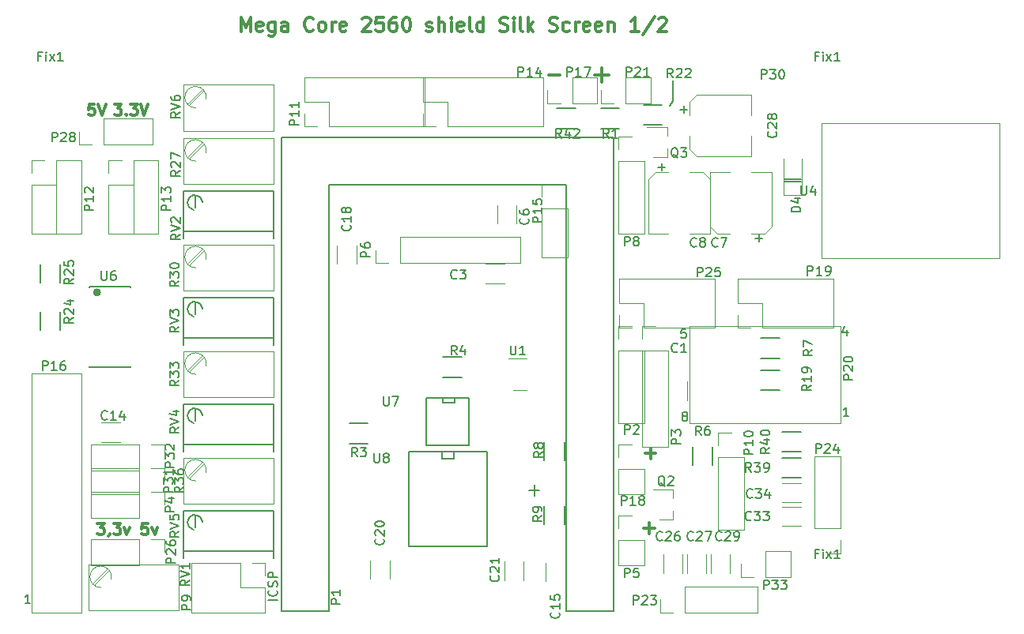
<source format=gbr>
G04 #@! TF.FileFunction,Legend,Top*
%FSLAX46Y46*%
G04 Gerber Fmt 4.6, Leading zero omitted, Abs format (unit mm)*
G04 Created by KiCad (PCBNEW 4.0.7) date 04/26/18 15:49:40*
%MOMM*%
%LPD*%
G01*
G04 APERTURE LIST*
%ADD10C,0.100000*%
%ADD11C,0.150000*%
%ADD12C,0.300000*%
%ADD13C,0.210000*%
%ADD14C,0.120000*%
%ADD15C,0.381000*%
%ADD16C,0.149860*%
%ADD17C,0.299720*%
G04 APERTURE END LIST*
D10*
D11*
X221965520Y-73944480D02*
X223743520Y-73944480D01*
X223743520Y-74198480D02*
X221965520Y-74198480D01*
X210027520Y-65562480D02*
X209646520Y-66070480D01*
X210027520Y-63403480D02*
X210027520Y-65562480D01*
D12*
X206916092Y-111389623D02*
X208058949Y-111389623D01*
X207487520Y-111961051D02*
X207487520Y-110818194D01*
X207043092Y-103388623D02*
X208185949Y-103388623D01*
X207614520Y-103960051D02*
X207614520Y-102817194D01*
D13*
X194597092Y-107325623D02*
X195739949Y-107325623D01*
X195168520Y-107897051D02*
X195168520Y-106754194D01*
D12*
X197898948Y-62788337D02*
X196756091Y-62788337D01*
X201645615Y-62784337D02*
X203169425Y-62784337D01*
X202407520Y-63546242D02*
X202407520Y-62022432D01*
D11*
X167680901Y-119108670D02*
X166680901Y-119108670D01*
X167585663Y-118061051D02*
X167633282Y-118108670D01*
X167680901Y-118251527D01*
X167680901Y-118346765D01*
X167633282Y-118489623D01*
X167538044Y-118584861D01*
X167442806Y-118632480D01*
X167252330Y-118680099D01*
X167109472Y-118680099D01*
X166918996Y-118632480D01*
X166823758Y-118584861D01*
X166728520Y-118489623D01*
X166680901Y-118346765D01*
X166680901Y-118251527D01*
X166728520Y-118108670D01*
X166776139Y-118061051D01*
X167633282Y-117680099D02*
X167680901Y-117537242D01*
X167680901Y-117299146D01*
X167633282Y-117203908D01*
X167585663Y-117156289D01*
X167490425Y-117108670D01*
X167395187Y-117108670D01*
X167299949Y-117156289D01*
X167252330Y-117203908D01*
X167204710Y-117299146D01*
X167157091Y-117489623D01*
X167109472Y-117584861D01*
X167061853Y-117632480D01*
X166966615Y-117680099D01*
X166871377Y-117680099D01*
X166776139Y-117632480D01*
X166728520Y-117584861D01*
X166680901Y-117489623D01*
X166680901Y-117251527D01*
X166728520Y-117108670D01*
X167680901Y-116680099D02*
X166680901Y-116680099D01*
X166680901Y-116299146D01*
X166728520Y-116203908D01*
X166776139Y-116156289D01*
X166871377Y-116108670D01*
X167014234Y-116108670D01*
X167109472Y-116156289D01*
X167157091Y-116203908D01*
X167204710Y-116299146D01*
X167204710Y-116680099D01*
D12*
X148407520Y-110879337D02*
X149150377Y-110879337D01*
X148750377Y-111336480D01*
X148921805Y-111336480D01*
X149036091Y-111393623D01*
X149093234Y-111450766D01*
X149150377Y-111565051D01*
X149150377Y-111850766D01*
X149093234Y-111965051D01*
X149036091Y-112022194D01*
X148921805Y-112079337D01*
X148578948Y-112079337D01*
X148464662Y-112022194D01*
X148407520Y-111965051D01*
X149721805Y-112022194D02*
X149721805Y-112079337D01*
X149664662Y-112193623D01*
X149607519Y-112250766D01*
X150121806Y-110879337D02*
X150864663Y-110879337D01*
X150464663Y-111336480D01*
X150636091Y-111336480D01*
X150750377Y-111393623D01*
X150807520Y-111450766D01*
X150864663Y-111565051D01*
X150864663Y-111850766D01*
X150807520Y-111965051D01*
X150750377Y-112022194D01*
X150636091Y-112079337D01*
X150293234Y-112079337D01*
X150178948Y-112022194D01*
X150121806Y-111965051D01*
X151264663Y-111279337D02*
X151550377Y-112079337D01*
X151836091Y-111279337D01*
X153778949Y-110879337D02*
X153207520Y-110879337D01*
X153150377Y-111450766D01*
X153207520Y-111393623D01*
X153321806Y-111336480D01*
X153607520Y-111336480D01*
X153721806Y-111393623D01*
X153778949Y-111450766D01*
X153836092Y-111565051D01*
X153836092Y-111850766D01*
X153778949Y-111965051D01*
X153721806Y-112022194D01*
X153607520Y-112079337D01*
X153321806Y-112079337D01*
X153207520Y-112022194D01*
X153150377Y-111965051D01*
X154236092Y-111279337D02*
X154521806Y-112079337D01*
X154807520Y-111279337D01*
X150217092Y-65921337D02*
X150959949Y-65921337D01*
X150559949Y-66378480D01*
X150731377Y-66378480D01*
X150845663Y-66435623D01*
X150902806Y-66492766D01*
X150959949Y-66607051D01*
X150959949Y-66892766D01*
X150902806Y-67007051D01*
X150845663Y-67064194D01*
X150731377Y-67121337D01*
X150388520Y-67121337D01*
X150274234Y-67064194D01*
X150217092Y-67007051D01*
X151474234Y-67007051D02*
X151531377Y-67064194D01*
X151474234Y-67121337D01*
X151417091Y-67064194D01*
X151474234Y-67007051D01*
X151474234Y-67121337D01*
X151931378Y-65921337D02*
X152674235Y-65921337D01*
X152274235Y-66378480D01*
X152445663Y-66378480D01*
X152559949Y-66435623D01*
X152617092Y-66492766D01*
X152674235Y-66607051D01*
X152674235Y-66892766D01*
X152617092Y-67007051D01*
X152559949Y-67064194D01*
X152445663Y-67121337D01*
X152102806Y-67121337D01*
X151988520Y-67064194D01*
X151931378Y-67007051D01*
X153017092Y-65921337D02*
X153417092Y-67121337D01*
X153817092Y-65921337D01*
X148076949Y-65921337D02*
X147505520Y-65921337D01*
X147448377Y-66492766D01*
X147505520Y-66435623D01*
X147619806Y-66378480D01*
X147905520Y-66378480D01*
X148019806Y-66435623D01*
X148076949Y-66492766D01*
X148134092Y-66607051D01*
X148134092Y-66892766D01*
X148076949Y-67007051D01*
X148019806Y-67064194D01*
X147905520Y-67121337D01*
X147619806Y-67121337D01*
X147505520Y-67064194D01*
X147448377Y-67007051D01*
X148476949Y-65921337D02*
X148876949Y-67121337D01*
X149276949Y-65921337D01*
X163782523Y-58113051D02*
X163782523Y-56613051D01*
X164282523Y-57684480D01*
X164782523Y-56613051D01*
X164782523Y-58113051D01*
X166068237Y-58041623D02*
X165925380Y-58113051D01*
X165639666Y-58113051D01*
X165496809Y-58041623D01*
X165425380Y-57898766D01*
X165425380Y-57327337D01*
X165496809Y-57184480D01*
X165639666Y-57113051D01*
X165925380Y-57113051D01*
X166068237Y-57184480D01*
X166139666Y-57327337D01*
X166139666Y-57470194D01*
X165425380Y-57613051D01*
X167425380Y-57113051D02*
X167425380Y-58327337D01*
X167353951Y-58470194D01*
X167282523Y-58541623D01*
X167139666Y-58613051D01*
X166925380Y-58613051D01*
X166782523Y-58541623D01*
X167425380Y-58041623D02*
X167282523Y-58113051D01*
X166996809Y-58113051D01*
X166853951Y-58041623D01*
X166782523Y-57970194D01*
X166711094Y-57827337D01*
X166711094Y-57398766D01*
X166782523Y-57255909D01*
X166853951Y-57184480D01*
X166996809Y-57113051D01*
X167282523Y-57113051D01*
X167425380Y-57184480D01*
X168782523Y-58113051D02*
X168782523Y-57327337D01*
X168711094Y-57184480D01*
X168568237Y-57113051D01*
X168282523Y-57113051D01*
X168139666Y-57184480D01*
X168782523Y-58041623D02*
X168639666Y-58113051D01*
X168282523Y-58113051D01*
X168139666Y-58041623D01*
X168068237Y-57898766D01*
X168068237Y-57755909D01*
X168139666Y-57613051D01*
X168282523Y-57541623D01*
X168639666Y-57541623D01*
X168782523Y-57470194D01*
X171496809Y-57970194D02*
X171425380Y-58041623D01*
X171211094Y-58113051D01*
X171068237Y-58113051D01*
X170853952Y-58041623D01*
X170711094Y-57898766D01*
X170639666Y-57755909D01*
X170568237Y-57470194D01*
X170568237Y-57255909D01*
X170639666Y-56970194D01*
X170711094Y-56827337D01*
X170853952Y-56684480D01*
X171068237Y-56613051D01*
X171211094Y-56613051D01*
X171425380Y-56684480D01*
X171496809Y-56755909D01*
X172353952Y-58113051D02*
X172211094Y-58041623D01*
X172139666Y-57970194D01*
X172068237Y-57827337D01*
X172068237Y-57398766D01*
X172139666Y-57255909D01*
X172211094Y-57184480D01*
X172353952Y-57113051D01*
X172568237Y-57113051D01*
X172711094Y-57184480D01*
X172782523Y-57255909D01*
X172853952Y-57398766D01*
X172853952Y-57827337D01*
X172782523Y-57970194D01*
X172711094Y-58041623D01*
X172568237Y-58113051D01*
X172353952Y-58113051D01*
X173496809Y-58113051D02*
X173496809Y-57113051D01*
X173496809Y-57398766D02*
X173568237Y-57255909D01*
X173639666Y-57184480D01*
X173782523Y-57113051D01*
X173925380Y-57113051D01*
X174996808Y-58041623D02*
X174853951Y-58113051D01*
X174568237Y-58113051D01*
X174425380Y-58041623D01*
X174353951Y-57898766D01*
X174353951Y-57327337D01*
X174425380Y-57184480D01*
X174568237Y-57113051D01*
X174853951Y-57113051D01*
X174996808Y-57184480D01*
X175068237Y-57327337D01*
X175068237Y-57470194D01*
X174353951Y-57613051D01*
X176782522Y-56755909D02*
X176853951Y-56684480D01*
X176996808Y-56613051D01*
X177353951Y-56613051D01*
X177496808Y-56684480D01*
X177568237Y-56755909D01*
X177639665Y-56898766D01*
X177639665Y-57041623D01*
X177568237Y-57255909D01*
X176711094Y-58113051D01*
X177639665Y-58113051D01*
X178996808Y-56613051D02*
X178282522Y-56613051D01*
X178211093Y-57327337D01*
X178282522Y-57255909D01*
X178425379Y-57184480D01*
X178782522Y-57184480D01*
X178925379Y-57255909D01*
X178996808Y-57327337D01*
X179068236Y-57470194D01*
X179068236Y-57827337D01*
X178996808Y-57970194D01*
X178925379Y-58041623D01*
X178782522Y-58113051D01*
X178425379Y-58113051D01*
X178282522Y-58041623D01*
X178211093Y-57970194D01*
X180353950Y-56613051D02*
X180068236Y-56613051D01*
X179925379Y-56684480D01*
X179853950Y-56755909D01*
X179711093Y-56970194D01*
X179639664Y-57255909D01*
X179639664Y-57827337D01*
X179711093Y-57970194D01*
X179782521Y-58041623D01*
X179925379Y-58113051D01*
X180211093Y-58113051D01*
X180353950Y-58041623D01*
X180425379Y-57970194D01*
X180496807Y-57827337D01*
X180496807Y-57470194D01*
X180425379Y-57327337D01*
X180353950Y-57255909D01*
X180211093Y-57184480D01*
X179925379Y-57184480D01*
X179782521Y-57255909D01*
X179711093Y-57327337D01*
X179639664Y-57470194D01*
X181425378Y-56613051D02*
X181568235Y-56613051D01*
X181711092Y-56684480D01*
X181782521Y-56755909D01*
X181853950Y-56898766D01*
X181925378Y-57184480D01*
X181925378Y-57541623D01*
X181853950Y-57827337D01*
X181782521Y-57970194D01*
X181711092Y-58041623D01*
X181568235Y-58113051D01*
X181425378Y-58113051D01*
X181282521Y-58041623D01*
X181211092Y-57970194D01*
X181139664Y-57827337D01*
X181068235Y-57541623D01*
X181068235Y-57184480D01*
X181139664Y-56898766D01*
X181211092Y-56755909D01*
X181282521Y-56684480D01*
X181425378Y-56613051D01*
X183639663Y-58041623D02*
X183782520Y-58113051D01*
X184068235Y-58113051D01*
X184211092Y-58041623D01*
X184282520Y-57898766D01*
X184282520Y-57827337D01*
X184211092Y-57684480D01*
X184068235Y-57613051D01*
X183853949Y-57613051D01*
X183711092Y-57541623D01*
X183639663Y-57398766D01*
X183639663Y-57327337D01*
X183711092Y-57184480D01*
X183853949Y-57113051D01*
X184068235Y-57113051D01*
X184211092Y-57184480D01*
X184925378Y-58113051D02*
X184925378Y-56613051D01*
X185568235Y-58113051D02*
X185568235Y-57327337D01*
X185496806Y-57184480D01*
X185353949Y-57113051D01*
X185139664Y-57113051D01*
X184996806Y-57184480D01*
X184925378Y-57255909D01*
X186282521Y-58113051D02*
X186282521Y-57113051D01*
X186282521Y-56613051D02*
X186211092Y-56684480D01*
X186282521Y-56755909D01*
X186353949Y-56684480D01*
X186282521Y-56613051D01*
X186282521Y-56755909D01*
X187568235Y-58041623D02*
X187425378Y-58113051D01*
X187139664Y-58113051D01*
X186996807Y-58041623D01*
X186925378Y-57898766D01*
X186925378Y-57327337D01*
X186996807Y-57184480D01*
X187139664Y-57113051D01*
X187425378Y-57113051D01*
X187568235Y-57184480D01*
X187639664Y-57327337D01*
X187639664Y-57470194D01*
X186925378Y-57613051D01*
X188496807Y-58113051D02*
X188353949Y-58041623D01*
X188282521Y-57898766D01*
X188282521Y-56613051D01*
X189711092Y-58113051D02*
X189711092Y-56613051D01*
X189711092Y-58041623D02*
X189568235Y-58113051D01*
X189282521Y-58113051D01*
X189139663Y-58041623D01*
X189068235Y-57970194D01*
X188996806Y-57827337D01*
X188996806Y-57398766D01*
X189068235Y-57255909D01*
X189139663Y-57184480D01*
X189282521Y-57113051D01*
X189568235Y-57113051D01*
X189711092Y-57184480D01*
X191496806Y-58041623D02*
X191711092Y-58113051D01*
X192068235Y-58113051D01*
X192211092Y-58041623D01*
X192282521Y-57970194D01*
X192353949Y-57827337D01*
X192353949Y-57684480D01*
X192282521Y-57541623D01*
X192211092Y-57470194D01*
X192068235Y-57398766D01*
X191782521Y-57327337D01*
X191639663Y-57255909D01*
X191568235Y-57184480D01*
X191496806Y-57041623D01*
X191496806Y-56898766D01*
X191568235Y-56755909D01*
X191639663Y-56684480D01*
X191782521Y-56613051D01*
X192139663Y-56613051D01*
X192353949Y-56684480D01*
X192996806Y-58113051D02*
X192996806Y-57113051D01*
X192996806Y-56613051D02*
X192925377Y-56684480D01*
X192996806Y-56755909D01*
X193068234Y-56684480D01*
X192996806Y-56613051D01*
X192996806Y-56755909D01*
X193925378Y-58113051D02*
X193782520Y-58041623D01*
X193711092Y-57898766D01*
X193711092Y-56613051D01*
X194496806Y-58113051D02*
X194496806Y-56613051D01*
X194639663Y-57541623D02*
X195068234Y-58113051D01*
X195068234Y-57113051D02*
X194496806Y-57684480D01*
X196782520Y-58041623D02*
X196996806Y-58113051D01*
X197353949Y-58113051D01*
X197496806Y-58041623D01*
X197568235Y-57970194D01*
X197639663Y-57827337D01*
X197639663Y-57684480D01*
X197568235Y-57541623D01*
X197496806Y-57470194D01*
X197353949Y-57398766D01*
X197068235Y-57327337D01*
X196925377Y-57255909D01*
X196853949Y-57184480D01*
X196782520Y-57041623D01*
X196782520Y-56898766D01*
X196853949Y-56755909D01*
X196925377Y-56684480D01*
X197068235Y-56613051D01*
X197425377Y-56613051D01*
X197639663Y-56684480D01*
X198925377Y-58041623D02*
X198782520Y-58113051D01*
X198496806Y-58113051D01*
X198353948Y-58041623D01*
X198282520Y-57970194D01*
X198211091Y-57827337D01*
X198211091Y-57398766D01*
X198282520Y-57255909D01*
X198353948Y-57184480D01*
X198496806Y-57113051D01*
X198782520Y-57113051D01*
X198925377Y-57184480D01*
X199568234Y-58113051D02*
X199568234Y-57113051D01*
X199568234Y-57398766D02*
X199639662Y-57255909D01*
X199711091Y-57184480D01*
X199853948Y-57113051D01*
X199996805Y-57113051D01*
X201068233Y-58041623D02*
X200925376Y-58113051D01*
X200639662Y-58113051D01*
X200496805Y-58041623D01*
X200425376Y-57898766D01*
X200425376Y-57327337D01*
X200496805Y-57184480D01*
X200639662Y-57113051D01*
X200925376Y-57113051D01*
X201068233Y-57184480D01*
X201139662Y-57327337D01*
X201139662Y-57470194D01*
X200425376Y-57613051D01*
X202353947Y-58041623D02*
X202211090Y-58113051D01*
X201925376Y-58113051D01*
X201782519Y-58041623D01*
X201711090Y-57898766D01*
X201711090Y-57327337D01*
X201782519Y-57184480D01*
X201925376Y-57113051D01*
X202211090Y-57113051D01*
X202353947Y-57184480D01*
X202425376Y-57327337D01*
X202425376Y-57470194D01*
X201711090Y-57613051D01*
X203068233Y-57113051D02*
X203068233Y-58113051D01*
X203068233Y-57255909D02*
X203139661Y-57184480D01*
X203282519Y-57113051D01*
X203496804Y-57113051D01*
X203639661Y-57184480D01*
X203711090Y-57327337D01*
X203711090Y-58113051D01*
X206353947Y-58113051D02*
X205496804Y-58113051D01*
X205925376Y-58113051D02*
X205925376Y-56613051D01*
X205782519Y-56827337D01*
X205639661Y-56970194D01*
X205496804Y-57041623D01*
X208068232Y-56541623D02*
X206782518Y-58470194D01*
X208496804Y-56755909D02*
X208568233Y-56684480D01*
X208711090Y-56613051D01*
X209068233Y-56613051D01*
X209211090Y-56684480D01*
X209282519Y-56755909D01*
X209353947Y-56898766D01*
X209353947Y-57041623D01*
X209282519Y-57255909D01*
X208425376Y-58113051D01*
X209353947Y-58113051D01*
D14*
X206732520Y-92359480D02*
X206732520Y-102639480D01*
X206732520Y-102639480D02*
X209512520Y-102639480D01*
X209512520Y-102639480D02*
X209512520Y-92359480D01*
X209512520Y-92359480D02*
X206732520Y-92359480D01*
X206732520Y-91089480D02*
X206732520Y-89699480D01*
X206732520Y-89699480D02*
X208122520Y-89699480D01*
D11*
X203677520Y-120299480D02*
X198597520Y-120299480D01*
X168117520Y-69499480D02*
X168117520Y-120299480D01*
X173197520Y-74579480D02*
X173197520Y-120299480D01*
X168117520Y-120299480D02*
X173197520Y-120299480D01*
X203677520Y-120299480D02*
X203677520Y-69499480D01*
X203677520Y-69499480D02*
X168117520Y-69499480D01*
X173197520Y-74579480D02*
X198597520Y-74579480D01*
X198597520Y-74579480D02*
X198597520Y-120299480D01*
D14*
X225902520Y-67975480D02*
X225902520Y-82453480D01*
X225902520Y-82453480D02*
X244952520Y-82453480D01*
X244952520Y-82453480D02*
X244952520Y-67975480D01*
X244952520Y-67975480D02*
X225902520Y-67975480D01*
D11*
X208868520Y-68161480D02*
X206868520Y-68161480D01*
X206868520Y-66011480D02*
X208868520Y-66011480D01*
D14*
X221854520Y-75686480D02*
X223854520Y-75686480D01*
X223854520Y-75686480D02*
X223854520Y-71786480D01*
X221854520Y-75686480D02*
X221854520Y-71786480D01*
X195937520Y-77119480D02*
X195937520Y-82319480D01*
X195937520Y-82319480D02*
X198717520Y-82319480D01*
X198717520Y-82319480D02*
X198717520Y-77119480D01*
X198717520Y-77119480D02*
X195937520Y-77119480D01*
X195937520Y-75849480D02*
X195937520Y-74459480D01*
X195937520Y-74459480D02*
X197327520Y-74459480D01*
X204192520Y-72039480D02*
X204192520Y-79779480D01*
X204192520Y-79779480D02*
X206972520Y-79779480D01*
X206972520Y-79779480D02*
X206972520Y-72039480D01*
X206972520Y-72039480D02*
X204192520Y-72039480D01*
X204192520Y-70769480D02*
X204192520Y-69379480D01*
X204192520Y-69379480D02*
X205582520Y-69379480D01*
X210025520Y-110449480D02*
X210025520Y-109519480D01*
X210025520Y-107289480D02*
X210025520Y-108219480D01*
X210025520Y-107289480D02*
X207865520Y-107289480D01*
X210025520Y-110449480D02*
X208565520Y-110449480D01*
D11*
X219441520Y-91030480D02*
X221441520Y-91030480D01*
X221441520Y-93180480D02*
X219441520Y-93180480D01*
X219441520Y-94459480D02*
X221441520Y-94459480D01*
X221441520Y-96609480D02*
X219441520Y-96609480D01*
D14*
X219933520Y-116609480D02*
X222593520Y-116609480D01*
X222593520Y-116609480D02*
X222593520Y-113829480D01*
X222593520Y-113829480D02*
X219933520Y-113829480D01*
X219933520Y-113829480D02*
X219933520Y-116609480D01*
X218663520Y-116609480D02*
X217273520Y-116609480D01*
X217273520Y-116609480D02*
X217273520Y-115219480D01*
X209510520Y-95677480D02*
X209510520Y-97677480D01*
X211560520Y-97677480D02*
X211560520Y-95677480D01*
D11*
X199597520Y-68542480D02*
X197597520Y-68542480D01*
X197597520Y-66392480D02*
X199597520Y-66392480D01*
D14*
X221727520Y-111164480D02*
X223727520Y-111164480D01*
X223727520Y-109114480D02*
X221727520Y-109114480D01*
X221727520Y-108624480D02*
X223727520Y-108624480D01*
X223727520Y-106574480D02*
X221727520Y-106574480D01*
D11*
X223727520Y-106007480D02*
X221727520Y-106007480D01*
X221727520Y-103857480D02*
X223727520Y-103857480D01*
X223727520Y-103213480D02*
X221727520Y-103213480D01*
X221727520Y-101063480D02*
X223727520Y-101063480D01*
D14*
X227927520Y-111409480D02*
X227927520Y-103669480D01*
X227927520Y-103669480D02*
X225147520Y-103669480D01*
X225147520Y-103669480D02*
X225147520Y-111409480D01*
X225147520Y-111409480D02*
X227927520Y-111409480D01*
X227927520Y-112679480D02*
X227927520Y-114069480D01*
X227927520Y-114069480D02*
X226537520Y-114069480D01*
X211297520Y-120419480D02*
X219037520Y-120419480D01*
X219037520Y-120419480D02*
X219037520Y-117639480D01*
X219037520Y-117639480D02*
X211297520Y-117639480D01*
X211297520Y-117639480D02*
X211297520Y-120419480D01*
X210027520Y-120419480D02*
X208637520Y-120419480D01*
X208637520Y-120419480D02*
X208637520Y-119029480D01*
X214082520Y-114219480D02*
X214082520Y-116219480D01*
X216132520Y-116219480D02*
X216132520Y-114219480D01*
X211542520Y-114219480D02*
X211542520Y-116219480D01*
X213592520Y-116219480D02*
X213592520Y-114219480D01*
X209002520Y-114219480D02*
X209002520Y-116219480D01*
X211052520Y-116219480D02*
X211052520Y-114219480D01*
X204192520Y-112679480D02*
X204192520Y-115339480D01*
X204192520Y-115339480D02*
X206972520Y-115339480D01*
X206972520Y-115339480D02*
X206972520Y-112679480D01*
X206972520Y-112679480D02*
X204192520Y-112679480D01*
X204192520Y-111409480D02*
X204192520Y-110019480D01*
X204192520Y-110019480D02*
X205582520Y-110019480D01*
D11*
X214277520Y-102662480D02*
X214277520Y-104662480D01*
X212127520Y-104662480D02*
X212127520Y-102662480D01*
D14*
X214860520Y-103789480D02*
X214860520Y-111529480D01*
X214860520Y-111529480D02*
X217640520Y-111529480D01*
X217640520Y-111529480D02*
X217640520Y-103789480D01*
X217640520Y-103789480D02*
X214860520Y-103789480D01*
X214860520Y-102519480D02*
X214860520Y-101129480D01*
X214860520Y-101129480D02*
X216250520Y-101129480D01*
X204192520Y-105059480D02*
X204192520Y-107719480D01*
X204192520Y-107719480D02*
X206972520Y-107719480D01*
X206972520Y-107719480D02*
X206972520Y-105059480D01*
X206972520Y-105059480D02*
X204192520Y-105059480D01*
X204192520Y-103789480D02*
X204192520Y-102399480D01*
X204192520Y-102399480D02*
X205582520Y-102399480D01*
X204192520Y-92359480D02*
X204192520Y-100099480D01*
X204192520Y-100099480D02*
X206972520Y-100099480D01*
X206972520Y-100099480D02*
X206972520Y-92359480D01*
X206972520Y-92359480D02*
X204192520Y-92359480D01*
X204192520Y-91089480D02*
X204192520Y-89699480D01*
X204192520Y-89699480D02*
X205582520Y-89699480D01*
X214586820Y-100119180D02*
X227934520Y-100121720D01*
X214589360Y-89712800D02*
X227929440Y-89712800D01*
X211812520Y-100112180D02*
X214599520Y-100119180D01*
X211805520Y-97071180D02*
X211812520Y-100112180D01*
X211812520Y-89712180D02*
X214592520Y-89712180D01*
X211812520Y-97452180D02*
X211812520Y-89712180D01*
X211812520Y-97452180D02*
X211812520Y-89712180D01*
X211812520Y-89712180D02*
X214592520Y-89712180D01*
X227927520Y-89712180D02*
X227934520Y-100119180D01*
X211805520Y-97071180D02*
X211812520Y-100112180D01*
X211812520Y-100112180D02*
X214599520Y-100119180D01*
D11*
X204296520Y-68542480D02*
X202296520Y-68542480D01*
X202296520Y-66392480D02*
X204296520Y-66392480D01*
D14*
X204947520Y-65809480D02*
X207607520Y-65809480D01*
X207607520Y-65809480D02*
X207607520Y-63029480D01*
X207607520Y-63029480D02*
X204947520Y-63029480D01*
X204947520Y-63029480D02*
X204947520Y-65809480D01*
X203677520Y-65809480D02*
X202287520Y-65809480D01*
X202287520Y-65809480D02*
X202287520Y-64419480D01*
X199232520Y-65809480D02*
X201892520Y-65809480D01*
X201892520Y-65809480D02*
X201892520Y-63029480D01*
X201892520Y-63029480D02*
X199232520Y-63029480D01*
X199232520Y-63029480D02*
X199232520Y-65809480D01*
X197962520Y-65809480D02*
X196572520Y-65809480D01*
X196572520Y-65809480D02*
X196572520Y-64419480D01*
X180817520Y-82954480D02*
X193637520Y-82954480D01*
X193637520Y-82954480D02*
X193637520Y-80174480D01*
X193637520Y-80174480D02*
X180817520Y-80174480D01*
X180817520Y-80174480D02*
X180817520Y-82954480D01*
X179547520Y-82954480D02*
X178157520Y-82954480D01*
X178157520Y-82954480D02*
X178157520Y-81564480D01*
X198479520Y-117108480D02*
X198479520Y-115108480D01*
X196429520Y-115108480D02*
X196429520Y-117108480D01*
X191984520Y-114981480D02*
X191984520Y-116981480D01*
X194034520Y-116981480D02*
X194034520Y-114981480D01*
X177633520Y-114854480D02*
X177633520Y-116854480D01*
X179683520Y-116854480D02*
X179683520Y-114854480D01*
D11*
X181706520Y-113314480D02*
X181706520Y-103154480D01*
X181706520Y-103154480D02*
X190088520Y-103154480D01*
X190088520Y-103154480D02*
X190088520Y-113314480D01*
X190088520Y-113314480D02*
X181706520Y-113314480D01*
X186532520Y-103154480D02*
X186532520Y-103916480D01*
X186532520Y-103916480D02*
X185262520Y-103916480D01*
X185262520Y-103916480D02*
X185262520Y-103154480D01*
X198402520Y-109012480D02*
X198402520Y-111012480D01*
X196252520Y-111012480D02*
X196252520Y-109012480D01*
X198402520Y-102154480D02*
X198402520Y-104154480D01*
X196252520Y-104154480D02*
X196252520Y-102154480D01*
X175372520Y-100174480D02*
X177372520Y-100174480D01*
X177372520Y-102324480D02*
X175372520Y-102324480D01*
X188183520Y-97439480D02*
X188183520Y-102519480D01*
X188183520Y-102519480D02*
X183611520Y-102519480D01*
X183611520Y-102519480D02*
X183611520Y-97439480D01*
X183611520Y-97439480D02*
X188183520Y-97439480D01*
X186659520Y-97439480D02*
X186659520Y-97947480D01*
X186659520Y-97947480D02*
X185389520Y-97947480D01*
X185389520Y-97947480D02*
X185389520Y-97439480D01*
D14*
X194344520Y-93239480D02*
X192444520Y-93239480D01*
X192944520Y-96559480D02*
X194344520Y-96559480D01*
D11*
X185405520Y-93062480D02*
X187405520Y-93062480D01*
X187405520Y-95212480D02*
X185405520Y-95212480D01*
D14*
X149067520Y-70254480D02*
X154267520Y-70254480D01*
X154267520Y-70254480D02*
X154267520Y-67474480D01*
X154267520Y-67474480D02*
X149067520Y-67474480D01*
X149067520Y-67474480D02*
X149067520Y-70254480D01*
X147797520Y-70254480D02*
X146407520Y-70254480D01*
X146407520Y-70254480D02*
X146407520Y-68864480D01*
X152242520Y-74579480D02*
X152242520Y-79786480D01*
X149582520Y-74579480D02*
X149582520Y-79779480D01*
X149582520Y-79779480D02*
X154902520Y-79779480D01*
X154902520Y-79779480D02*
X154902520Y-71919480D01*
X154902520Y-71919480D02*
X152242520Y-71919480D01*
X152242520Y-71919480D02*
X152242520Y-74579480D01*
X152242520Y-74579480D02*
X149582520Y-74579480D01*
X149582520Y-73309480D02*
X149582520Y-71919480D01*
X149582520Y-71919480D02*
X150972520Y-71919480D01*
X143987520Y-74579480D02*
X143987520Y-79786480D01*
X141327520Y-74579480D02*
X141327520Y-79779480D01*
X141327520Y-79779480D02*
X146647520Y-79779480D01*
X146647520Y-79779480D02*
X146647520Y-71919480D01*
X146647520Y-71919480D02*
X143987520Y-71919480D01*
X143987520Y-71919480D02*
X143987520Y-74579480D01*
X143987520Y-74579480D02*
X141327520Y-74579480D01*
X141327520Y-73309480D02*
X141327520Y-71919480D01*
X141327520Y-71919480D02*
X142717520Y-71919480D01*
D11*
X144427520Y-83104480D02*
X144427520Y-85104480D01*
X142277520Y-85104480D02*
X142277520Y-83104480D01*
X144427520Y-88184480D02*
X144427520Y-90184480D01*
X142277520Y-90184480D02*
X142277520Y-88184480D01*
D14*
X146647520Y-117759480D02*
X146647520Y-94779480D01*
X146647520Y-94779480D02*
X141327520Y-94779480D01*
X141327520Y-94779480D02*
X141327520Y-120419480D01*
X141327520Y-120419480D02*
X143987520Y-120419480D01*
X146647520Y-120419480D02*
X146647520Y-117759480D01*
X143987520Y-120419480D02*
X146647520Y-120419480D01*
X146647520Y-119029480D02*
X146647520Y-120419480D01*
X146647520Y-120419480D02*
X145257520Y-120419480D01*
X148829520Y-102147480D02*
X150829520Y-102147480D01*
X150829520Y-100097480D02*
X148829520Y-100097480D01*
X152877520Y-102399480D02*
X147677520Y-102399480D01*
X147677520Y-102399480D02*
X147677520Y-105179480D01*
X147677520Y-105179480D02*
X152877520Y-105179480D01*
X152877520Y-105179480D02*
X152877520Y-102399480D01*
X154147520Y-102399480D02*
X155537520Y-102399480D01*
X155537520Y-102399480D02*
X155537520Y-103789480D01*
X152877520Y-104939480D02*
X147677520Y-104939480D01*
X147677520Y-104939480D02*
X147677520Y-107719480D01*
X147677520Y-107719480D02*
X152877520Y-107719480D01*
X152877520Y-107719480D02*
X152877520Y-104939480D01*
X154147520Y-104939480D02*
X155537520Y-104939480D01*
X155537520Y-104939480D02*
X155537520Y-106329480D01*
X152877520Y-107479480D02*
X147677520Y-107479480D01*
X147677520Y-107479480D02*
X147677520Y-110259480D01*
X147677520Y-110259480D02*
X152877520Y-110259480D01*
X152877520Y-110259480D02*
X152877520Y-107479480D01*
X154147520Y-107479480D02*
X155537520Y-107479480D01*
X155537520Y-107479480D02*
X155537520Y-108869480D01*
X152877520Y-112559480D02*
X147677520Y-112559480D01*
X147677520Y-112559480D02*
X147677520Y-115339480D01*
X147677520Y-115339480D02*
X152877520Y-115339480D01*
X152877520Y-115339480D02*
X152877520Y-112559480D01*
X154147520Y-112559480D02*
X155537520Y-112559480D01*
X155537520Y-112559480D02*
X155537520Y-113949480D01*
X148787829Y-117763776D02*
G75*
G02X148747520Y-115454480I-40309J1154296D01*
G01*
X148727399Y-115455428D02*
G75*
G02X149876520Y-116849480I20121J-1154052D01*
G01*
X157067520Y-120229480D02*
X147417520Y-120229480D01*
X157067520Y-115278480D02*
X147417520Y-115278480D01*
X157067520Y-120229480D02*
X157067520Y-115278480D01*
X147417520Y-120229480D02*
X147417520Y-115278480D01*
X147871520Y-117343480D02*
X149482520Y-115733480D01*
X148011520Y-117484480D02*
X149623520Y-115874480D01*
X163672520Y-115099480D02*
X158472520Y-115099480D01*
X158472520Y-115099480D02*
X158472520Y-120419480D01*
X158472520Y-120419480D02*
X166332520Y-120419480D01*
X166332520Y-120419480D02*
X166332520Y-117759480D01*
X166332520Y-117759480D02*
X163672520Y-117759480D01*
X163672520Y-117759480D02*
X163672520Y-115099480D01*
X164942520Y-115099480D02*
X166332520Y-115099480D01*
X166332520Y-115099480D02*
X166332520Y-116489480D01*
D11*
X158846520Y-110012480D02*
X158846520Y-111282480D01*
X159633920Y-110761780D02*
X159595820Y-110507780D01*
X159595820Y-110507780D02*
X159418020Y-110228380D01*
X159418020Y-110228380D02*
X159100520Y-110012480D01*
X159100520Y-110012480D02*
X158656020Y-109999780D01*
X158656020Y-109999780D02*
X158300420Y-110202980D01*
X158300420Y-110202980D02*
X158122620Y-110495080D01*
X158122620Y-110495080D02*
X158071820Y-110812580D01*
X158071820Y-110812580D02*
X158173420Y-111218980D01*
X158173420Y-111218980D02*
X158516320Y-111472980D01*
X158516320Y-111472980D02*
X158694120Y-111561880D01*
X167228520Y-113822480D02*
X157576520Y-113822480D01*
X157576520Y-110774480D02*
X157576520Y-109504480D01*
X157576520Y-109504480D02*
X167228520Y-109504480D01*
X167228520Y-109504480D02*
X167228520Y-114584480D01*
X157576520Y-114584480D02*
X157576520Y-112044480D01*
X157576520Y-112044480D02*
X157576520Y-110774480D01*
D14*
X158947829Y-106333776D02*
G75*
G02X158907520Y-104024480I-40309J1154296D01*
G01*
X158887399Y-104025428D02*
G75*
G02X160036520Y-105419480I20121J-1154052D01*
G01*
X167227520Y-108799480D02*
X157577520Y-108799480D01*
X167227520Y-103848480D02*
X157577520Y-103848480D01*
X167227520Y-108799480D02*
X167227520Y-103848480D01*
X157577520Y-108799480D02*
X157577520Y-103848480D01*
X158031520Y-105913480D02*
X159642520Y-104303480D01*
X158171520Y-106054480D02*
X159783520Y-104444480D01*
D11*
X158846520Y-98582480D02*
X158846520Y-99852480D01*
X159633920Y-99331780D02*
X159595820Y-99077780D01*
X159595820Y-99077780D02*
X159418020Y-98798380D01*
X159418020Y-98798380D02*
X159100520Y-98582480D01*
X159100520Y-98582480D02*
X158656020Y-98569780D01*
X158656020Y-98569780D02*
X158300420Y-98772980D01*
X158300420Y-98772980D02*
X158122620Y-99065080D01*
X158122620Y-99065080D02*
X158071820Y-99382580D01*
X158071820Y-99382580D02*
X158173420Y-99788980D01*
X158173420Y-99788980D02*
X158516320Y-100042980D01*
X158516320Y-100042980D02*
X158694120Y-100131880D01*
X167228520Y-102392480D02*
X157576520Y-102392480D01*
X157576520Y-99344480D02*
X157576520Y-98074480D01*
X157576520Y-98074480D02*
X167228520Y-98074480D01*
X167228520Y-98074480D02*
X167228520Y-103154480D01*
X157576520Y-103154480D02*
X157576520Y-100614480D01*
X157576520Y-100614480D02*
X157576520Y-99344480D01*
D14*
X158947829Y-94903776D02*
G75*
G02X158907520Y-92594480I-40309J1154296D01*
G01*
X158887399Y-92595428D02*
G75*
G02X160036520Y-93989480I20121J-1154052D01*
G01*
X167227520Y-97369480D02*
X157577520Y-97369480D01*
X167227520Y-92418480D02*
X157577520Y-92418480D01*
X167227520Y-97369480D02*
X167227520Y-92418480D01*
X157577520Y-97369480D02*
X157577520Y-92418480D01*
X158031520Y-94483480D02*
X159642520Y-92873480D01*
X158171520Y-94624480D02*
X159783520Y-93014480D01*
D11*
X158846520Y-87152480D02*
X158846520Y-88422480D01*
X159633920Y-87901780D02*
X159595820Y-87647780D01*
X159595820Y-87647780D02*
X159418020Y-87368380D01*
X159418020Y-87368380D02*
X159100520Y-87152480D01*
X159100520Y-87152480D02*
X158656020Y-87139780D01*
X158656020Y-87139780D02*
X158300420Y-87342980D01*
X158300420Y-87342980D02*
X158122620Y-87635080D01*
X158122620Y-87635080D02*
X158071820Y-87952580D01*
X158071820Y-87952580D02*
X158173420Y-88358980D01*
X158173420Y-88358980D02*
X158516320Y-88612980D01*
X158516320Y-88612980D02*
X158694120Y-88701880D01*
X167228520Y-90962480D02*
X157576520Y-90962480D01*
X157576520Y-87914480D02*
X157576520Y-86644480D01*
X157576520Y-86644480D02*
X167228520Y-86644480D01*
X167228520Y-86644480D02*
X167228520Y-91724480D01*
X157576520Y-91724480D02*
X157576520Y-89184480D01*
X157576520Y-89184480D02*
X157576520Y-87914480D01*
D14*
X158947829Y-83473776D02*
G75*
G02X158907520Y-81164480I-40309J1154296D01*
G01*
X158887399Y-81165428D02*
G75*
G02X160036520Y-82559480I20121J-1154052D01*
G01*
X167227520Y-85939480D02*
X157577520Y-85939480D01*
X167227520Y-80988480D02*
X157577520Y-80988480D01*
X167227520Y-85939480D02*
X167227520Y-80988480D01*
X157577520Y-85939480D02*
X157577520Y-80988480D01*
X158031520Y-83053480D02*
X159642520Y-81443480D01*
X158171520Y-83194480D02*
X159783520Y-81584480D01*
X158947829Y-72043776D02*
G75*
G02X158907520Y-69734480I-40309J1154296D01*
G01*
X158887399Y-69735428D02*
G75*
G02X160036520Y-71129480I20121J-1154052D01*
G01*
X167227520Y-74509480D02*
X157577520Y-74509480D01*
X167227520Y-69558480D02*
X157577520Y-69558480D01*
X167227520Y-74509480D02*
X167227520Y-69558480D01*
X157577520Y-74509480D02*
X157577520Y-69558480D01*
X158031520Y-71623480D02*
X159642520Y-70013480D01*
X158171520Y-71764480D02*
X159783520Y-70154480D01*
D11*
X158846520Y-75722480D02*
X158846520Y-76992480D01*
X159633920Y-76471780D02*
X159595820Y-76217780D01*
X159595820Y-76217780D02*
X159418020Y-75938380D01*
X159418020Y-75938380D02*
X159100520Y-75722480D01*
X159100520Y-75722480D02*
X158656020Y-75709780D01*
X158656020Y-75709780D02*
X158300420Y-75912980D01*
X158300420Y-75912980D02*
X158122620Y-76205080D01*
X158122620Y-76205080D02*
X158071820Y-76522580D01*
X158071820Y-76522580D02*
X158173420Y-76928980D01*
X158173420Y-76928980D02*
X158516320Y-77182980D01*
X158516320Y-77182980D02*
X158694120Y-77271880D01*
X167228520Y-79532480D02*
X157576520Y-79532480D01*
X157576520Y-76484480D02*
X157576520Y-75214480D01*
X157576520Y-75214480D02*
X167228520Y-75214480D01*
X167228520Y-75214480D02*
X167228520Y-80294480D01*
X157576520Y-80294480D02*
X157576520Y-77754480D01*
X157576520Y-77754480D02*
X157576520Y-76484480D01*
D14*
X158947829Y-66328776D02*
G75*
G02X158907520Y-64019480I-40309J1154296D01*
G01*
X158887399Y-64020428D02*
G75*
G02X160036520Y-65414480I20121J-1154052D01*
G01*
X167227520Y-68794480D02*
X157577520Y-68794480D01*
X167227520Y-63843480D02*
X157577520Y-63843480D01*
X167227520Y-68794480D02*
X167227520Y-63843480D01*
X157577520Y-68794480D02*
X157577520Y-63843480D01*
X158031520Y-65908480D02*
X159642520Y-64298480D01*
X158171520Y-66049480D02*
X159783520Y-64439480D01*
X174077520Y-81072480D02*
X174077520Y-83072480D01*
X176127520Y-83072480D02*
X176127520Y-81072480D01*
X189977520Y-85129480D02*
X191977520Y-85129480D01*
X191977520Y-83079480D02*
X189977520Y-83079480D01*
X206852520Y-89879480D02*
X214532520Y-89879480D01*
X214532520Y-89879480D02*
X214532520Y-84679480D01*
X214532520Y-84679480D02*
X204252520Y-84679480D01*
X204252520Y-84679480D02*
X204252520Y-87279480D01*
X204252520Y-87279480D02*
X206852520Y-87279480D01*
X206852520Y-87279480D02*
X206852520Y-89879480D01*
X205582520Y-89879480D02*
X204252520Y-89879480D01*
X204252520Y-89879480D02*
X204252520Y-88549480D01*
X173197520Y-68289480D02*
X183417520Y-68289480D01*
X183417520Y-68289480D02*
X183417520Y-63089480D01*
X183417520Y-63089480D02*
X170597520Y-63089480D01*
X170597520Y-63089480D02*
X170597520Y-65689480D01*
X170597520Y-65689480D02*
X173197520Y-65689480D01*
X173197520Y-65689480D02*
X173197520Y-68289480D01*
X171927520Y-68289480D02*
X170597520Y-68289480D01*
X170597520Y-68289480D02*
X170597520Y-66959480D01*
X185897520Y-68289480D02*
X196117520Y-68289480D01*
X196117520Y-68289480D02*
X196117520Y-63089480D01*
X196117520Y-63089480D02*
X183297520Y-63089480D01*
X183297520Y-63089480D02*
X183297520Y-65689480D01*
X183297520Y-65689480D02*
X185897520Y-65689480D01*
X185897520Y-65689480D02*
X185897520Y-68289480D01*
X184627520Y-68289480D02*
X183297520Y-68289480D01*
X183297520Y-68289480D02*
X183297520Y-66959480D01*
X219552520Y-89879480D02*
X227232520Y-89879480D01*
X227232520Y-89879480D02*
X227232520Y-84679480D01*
X227232520Y-84679480D02*
X216952520Y-84679480D01*
X216952520Y-84679480D02*
X216952520Y-87279480D01*
X216952520Y-87279480D02*
X219552520Y-87279480D01*
X219552520Y-87279480D02*
X219552520Y-89879480D01*
X218282520Y-89879480D02*
X216952520Y-89879480D01*
X216952520Y-89879480D02*
X216952520Y-88549480D01*
X218407520Y-71529480D02*
X218407520Y-69349480D01*
X218407520Y-64929480D02*
X218407520Y-67109480D01*
X211807520Y-70769480D02*
X211807520Y-69349480D01*
X211807520Y-65689480D02*
X211807520Y-67109480D01*
X218407520Y-71529480D02*
X212567520Y-71529480D01*
X212567520Y-71529480D02*
X211807520Y-70769480D01*
X211807520Y-65689480D02*
X212567520Y-64929480D01*
X212567520Y-64929480D02*
X218407520Y-64929480D01*
X191227520Y-76754480D02*
X191227520Y-78754480D01*
X193267520Y-78754480D02*
X193267520Y-76754480D01*
X220566520Y-73184480D02*
X218386520Y-73184480D01*
X213966520Y-73184480D02*
X216146520Y-73184480D01*
X219806520Y-79784480D02*
X218386520Y-79784480D01*
X214726520Y-79784480D02*
X216146520Y-79784480D01*
X220566520Y-73184480D02*
X220566520Y-79024480D01*
X220566520Y-79024480D02*
X219806520Y-79784480D01*
X214726520Y-79784480D02*
X213966520Y-79024480D01*
X213966520Y-79024480D02*
X213966520Y-73184480D01*
X207362520Y-79784480D02*
X209542520Y-79784480D01*
X213962520Y-79784480D02*
X211782520Y-79784480D01*
X208122520Y-73184480D02*
X209542520Y-73184480D01*
X213202520Y-73184480D02*
X211782520Y-73184480D01*
X207362520Y-79784480D02*
X207362520Y-73944480D01*
X207362520Y-73944480D02*
X208122520Y-73184480D01*
X213202520Y-73184480D02*
X213962520Y-73944480D01*
X213962520Y-73944480D02*
X213962520Y-79784480D01*
D15*
X148578696Y-86118700D02*
G75*
G03X148578696Y-86118700I-224916J0D01*
G01*
X148467372Y-86118700D02*
G75*
G03X148467372Y-86118700I-113592J0D01*
G01*
D16*
X151902160Y-85471000D02*
X151902160Y-85585300D01*
X151902160Y-94053660D02*
X151902160Y-94167960D01*
X151902160Y-94167960D02*
X147502880Y-94167960D01*
X147502880Y-85471000D02*
X147502880Y-85585300D01*
X147502880Y-94053660D02*
X147502880Y-94167960D01*
X151902160Y-85471000D02*
X147502880Y-85471000D01*
D17*
X148356320Y-86118700D02*
X148356320Y-86118700D01*
D14*
X209390520Y-71587480D02*
X209390520Y-70657480D01*
X209390520Y-68427480D02*
X209390520Y-69357480D01*
X209390520Y-68427480D02*
X207230520Y-68427480D01*
X209390520Y-71587480D02*
X207930520Y-71587480D01*
D11*
X210860901Y-102368575D02*
X209860901Y-102368575D01*
X209860901Y-101987622D01*
X209908520Y-101892384D01*
X209956139Y-101844765D01*
X210051377Y-101797146D01*
X210194234Y-101797146D01*
X210289472Y-101844765D01*
X210337091Y-101892384D01*
X210384710Y-101987622D01*
X210384710Y-102368575D01*
X209860901Y-101463813D02*
X209860901Y-100844765D01*
X210241853Y-101178099D01*
X210241853Y-101035241D01*
X210289472Y-100940003D01*
X210337091Y-100892384D01*
X210432330Y-100844765D01*
X210670425Y-100844765D01*
X210765663Y-100892384D01*
X210813282Y-100940003D01*
X210860901Y-101035241D01*
X210860901Y-101320956D01*
X210813282Y-101416194D01*
X210765663Y-101463813D01*
X174411901Y-119513575D02*
X173411901Y-119513575D01*
X173411901Y-119132622D01*
X173459520Y-119037384D01*
X173507139Y-118989765D01*
X173602377Y-118942146D01*
X173745234Y-118942146D01*
X173840472Y-118989765D01*
X173888091Y-119037384D01*
X173935710Y-119132622D01*
X173935710Y-119513575D01*
X174411901Y-117989765D02*
X174411901Y-118561194D01*
X174411901Y-118275480D02*
X173411901Y-118275480D01*
X173554758Y-118370718D01*
X173649996Y-118465956D01*
X173697615Y-118561194D01*
X223743615Y-74666861D02*
X223743615Y-75476385D01*
X223791234Y-75571623D01*
X223838853Y-75619242D01*
X223934091Y-75666861D01*
X224124568Y-75666861D01*
X224219806Y-75619242D01*
X224267425Y-75571623D01*
X224315044Y-75476385D01*
X224315044Y-74666861D01*
X225219806Y-75000194D02*
X225219806Y-75666861D01*
X224981710Y-74619242D02*
X224743615Y-75333528D01*
X225362663Y-75333528D01*
X210019663Y-63093861D02*
X209686329Y-62617670D01*
X209448234Y-63093861D02*
X209448234Y-62093861D01*
X209829187Y-62093861D01*
X209924425Y-62141480D01*
X209972044Y-62189099D01*
X210019663Y-62284337D01*
X210019663Y-62427194D01*
X209972044Y-62522432D01*
X209924425Y-62570051D01*
X209829187Y-62617670D01*
X209448234Y-62617670D01*
X210400615Y-62189099D02*
X210448234Y-62141480D01*
X210543472Y-62093861D01*
X210781568Y-62093861D01*
X210876806Y-62141480D01*
X210924425Y-62189099D01*
X210972044Y-62284337D01*
X210972044Y-62379575D01*
X210924425Y-62522432D01*
X210352996Y-63093861D01*
X210972044Y-63093861D01*
X211352996Y-62189099D02*
X211400615Y-62141480D01*
X211495853Y-62093861D01*
X211733949Y-62093861D01*
X211829187Y-62141480D01*
X211876806Y-62189099D01*
X211924425Y-62284337D01*
X211924425Y-62379575D01*
X211876806Y-62522432D01*
X211305377Y-63093861D01*
X211924425Y-63093861D01*
X223687901Y-77476575D02*
X222687901Y-77476575D01*
X222687901Y-77238480D01*
X222735520Y-77095622D01*
X222830758Y-77000384D01*
X222925996Y-76952765D01*
X223116472Y-76905146D01*
X223259330Y-76905146D01*
X223449806Y-76952765D01*
X223545044Y-77000384D01*
X223640282Y-77095622D01*
X223687901Y-77238480D01*
X223687901Y-77476575D01*
X223021234Y-76048003D02*
X223687901Y-76048003D01*
X222640282Y-76286099D02*
X223354568Y-76524194D01*
X223354568Y-75905146D01*
X219481234Y-63220861D02*
X219481234Y-62220861D01*
X219862187Y-62220861D01*
X219957425Y-62268480D01*
X220005044Y-62316099D01*
X220052663Y-62411337D01*
X220052663Y-62554194D01*
X220005044Y-62649432D01*
X219957425Y-62697051D01*
X219862187Y-62744670D01*
X219481234Y-62744670D01*
X220385996Y-62220861D02*
X221005044Y-62220861D01*
X220671710Y-62601813D01*
X220814568Y-62601813D01*
X220909806Y-62649432D01*
X220957425Y-62697051D01*
X221005044Y-62792290D01*
X221005044Y-63030385D01*
X220957425Y-63125623D01*
X220909806Y-63173242D01*
X220814568Y-63220861D01*
X220528853Y-63220861D01*
X220433615Y-63173242D01*
X220385996Y-63125623D01*
X221624091Y-62220861D02*
X221719330Y-62220861D01*
X221814568Y-62268480D01*
X221862187Y-62316099D01*
X221909806Y-62411337D01*
X221957425Y-62601813D01*
X221957425Y-62839909D01*
X221909806Y-63030385D01*
X221862187Y-63125623D01*
X221814568Y-63173242D01*
X221719330Y-63220861D01*
X221624091Y-63220861D01*
X221528853Y-63173242D01*
X221481234Y-63125623D01*
X221433615Y-63030385D01*
X221385996Y-62839909D01*
X221385996Y-62601813D01*
X221433615Y-62411337D01*
X221481234Y-62316099D01*
X221528853Y-62268480D01*
X221624091Y-62220861D01*
X196001901Y-78587766D02*
X195001901Y-78587766D01*
X195001901Y-78206813D01*
X195049520Y-78111575D01*
X195097139Y-78063956D01*
X195192377Y-78016337D01*
X195335234Y-78016337D01*
X195430472Y-78063956D01*
X195478091Y-78111575D01*
X195525710Y-78206813D01*
X195525710Y-78587766D01*
X196001901Y-77063956D02*
X196001901Y-77635385D01*
X196001901Y-77349671D02*
X195001901Y-77349671D01*
X195144758Y-77444909D01*
X195239996Y-77540147D01*
X195287615Y-77635385D01*
X195001901Y-76159194D02*
X195001901Y-76635385D01*
X195478091Y-76683004D01*
X195430472Y-76635385D01*
X195382853Y-76540147D01*
X195382853Y-76302051D01*
X195430472Y-76206813D01*
X195478091Y-76159194D01*
X195573330Y-76111575D01*
X195811425Y-76111575D01*
X195906663Y-76159194D01*
X195954282Y-76206813D01*
X196001901Y-76302051D01*
X196001901Y-76540147D01*
X195954282Y-76635385D01*
X195906663Y-76683004D01*
X204844425Y-81127861D02*
X204844425Y-80127861D01*
X205225378Y-80127861D01*
X205320616Y-80175480D01*
X205368235Y-80223099D01*
X205415854Y-80318337D01*
X205415854Y-80461194D01*
X205368235Y-80556432D01*
X205320616Y-80604051D01*
X205225378Y-80651670D01*
X204844425Y-80651670D01*
X205987282Y-80556432D02*
X205892044Y-80508813D01*
X205844425Y-80461194D01*
X205796806Y-80365956D01*
X205796806Y-80318337D01*
X205844425Y-80223099D01*
X205892044Y-80175480D01*
X205987282Y-80127861D01*
X206177759Y-80127861D01*
X206272997Y-80175480D01*
X206320616Y-80223099D01*
X206368235Y-80318337D01*
X206368235Y-80365956D01*
X206320616Y-80461194D01*
X206272997Y-80508813D01*
X206177759Y-80556432D01*
X205987282Y-80556432D01*
X205892044Y-80604051D01*
X205844425Y-80651670D01*
X205796806Y-80746909D01*
X205796806Y-80937385D01*
X205844425Y-81032623D01*
X205892044Y-81080242D01*
X205987282Y-81127861D01*
X206177759Y-81127861D01*
X206272997Y-81080242D01*
X206320616Y-81032623D01*
X206368235Y-80937385D01*
X206368235Y-80746909D01*
X206320616Y-80651670D01*
X206272997Y-80604051D01*
X206177759Y-80556432D01*
X209170282Y-106917099D02*
X209075044Y-106869480D01*
X208979806Y-106774242D01*
X208836949Y-106631385D01*
X208741710Y-106583766D01*
X208646472Y-106583766D01*
X208694091Y-106821861D02*
X208598853Y-106774242D01*
X208503615Y-106679004D01*
X208455996Y-106488528D01*
X208455996Y-106155194D01*
X208503615Y-105964718D01*
X208598853Y-105869480D01*
X208694091Y-105821861D01*
X208884568Y-105821861D01*
X208979806Y-105869480D01*
X209075044Y-105964718D01*
X209122663Y-106155194D01*
X209122663Y-106488528D01*
X209075044Y-106679004D01*
X208979806Y-106774242D01*
X208884568Y-106821861D01*
X208694091Y-106821861D01*
X209503615Y-105917099D02*
X209551234Y-105869480D01*
X209646472Y-105821861D01*
X209884568Y-105821861D01*
X209979806Y-105869480D01*
X210027425Y-105917099D01*
X210075044Y-106012337D01*
X210075044Y-106107575D01*
X210027425Y-106250432D01*
X209455996Y-106821861D01*
X210075044Y-106821861D01*
X224957901Y-92272146D02*
X224481710Y-92605480D01*
X224957901Y-92843575D02*
X223957901Y-92843575D01*
X223957901Y-92462622D01*
X224005520Y-92367384D01*
X224053139Y-92319765D01*
X224148377Y-92272146D01*
X224291234Y-92272146D01*
X224386472Y-92319765D01*
X224434091Y-92367384D01*
X224481710Y-92462622D01*
X224481710Y-92843575D01*
X223957901Y-91938813D02*
X223957901Y-91272146D01*
X224957901Y-91700718D01*
X224830901Y-96050337D02*
X224354710Y-96383671D01*
X224830901Y-96621766D02*
X223830901Y-96621766D01*
X223830901Y-96240813D01*
X223878520Y-96145575D01*
X223926139Y-96097956D01*
X224021377Y-96050337D01*
X224164234Y-96050337D01*
X224259472Y-96097956D01*
X224307091Y-96145575D01*
X224354710Y-96240813D01*
X224354710Y-96621766D01*
X224830901Y-95097956D02*
X224830901Y-95669385D01*
X224830901Y-95383671D02*
X223830901Y-95383671D01*
X223973758Y-95478909D01*
X224068996Y-95574147D01*
X224116615Y-95669385D01*
X224830901Y-94621766D02*
X224830901Y-94431290D01*
X224783282Y-94336051D01*
X224735663Y-94288432D01*
X224592806Y-94193194D01*
X224402330Y-94145575D01*
X224021377Y-94145575D01*
X223926139Y-94193194D01*
X223878520Y-94240813D01*
X223830901Y-94336051D01*
X223830901Y-94526528D01*
X223878520Y-94621766D01*
X223926139Y-94669385D01*
X224021377Y-94717004D01*
X224259472Y-94717004D01*
X224354710Y-94669385D01*
X224402330Y-94621766D01*
X224449949Y-94526528D01*
X224449949Y-94336051D01*
X224402330Y-94240813D01*
X224354710Y-94193194D01*
X224259472Y-94145575D01*
X219735234Y-117957861D02*
X219735234Y-116957861D01*
X220116187Y-116957861D01*
X220211425Y-117005480D01*
X220259044Y-117053099D01*
X220306663Y-117148337D01*
X220306663Y-117291194D01*
X220259044Y-117386432D01*
X220211425Y-117434051D01*
X220116187Y-117481670D01*
X219735234Y-117481670D01*
X220639996Y-116957861D02*
X221259044Y-116957861D01*
X220925710Y-117338813D01*
X221068568Y-117338813D01*
X221163806Y-117386432D01*
X221211425Y-117434051D01*
X221259044Y-117529290D01*
X221259044Y-117767385D01*
X221211425Y-117862623D01*
X221163806Y-117910242D01*
X221068568Y-117957861D01*
X220782853Y-117957861D01*
X220687615Y-117910242D01*
X220639996Y-117862623D01*
X221592377Y-116957861D02*
X222211425Y-116957861D01*
X221878091Y-117338813D01*
X222020949Y-117338813D01*
X222116187Y-117386432D01*
X222163806Y-117434051D01*
X222211425Y-117529290D01*
X222211425Y-117767385D01*
X222163806Y-117862623D01*
X222116187Y-117910242D01*
X222020949Y-117957861D01*
X221735234Y-117957861D01*
X221639996Y-117910242D01*
X221592377Y-117862623D01*
X225561330Y-114123051D02*
X225227996Y-114123051D01*
X225227996Y-114646861D02*
X225227996Y-113646861D01*
X225704187Y-113646861D01*
X226085139Y-114646861D02*
X226085139Y-113980194D01*
X226085139Y-113646861D02*
X226037520Y-113694480D01*
X226085139Y-113742099D01*
X226132758Y-113694480D01*
X226085139Y-113646861D01*
X226085139Y-113742099D01*
X226466091Y-114646861D02*
X226989901Y-113980194D01*
X226466091Y-113980194D02*
X226989901Y-114646861D01*
X227894663Y-114646861D02*
X227323234Y-114646861D01*
X227608948Y-114646861D02*
X227608948Y-113646861D01*
X227513710Y-113789718D01*
X227418472Y-113884956D01*
X227323234Y-113932575D01*
X225561330Y-60783051D02*
X225227996Y-60783051D01*
X225227996Y-61306861D02*
X225227996Y-60306861D01*
X225704187Y-60306861D01*
X226085139Y-61306861D02*
X226085139Y-60640194D01*
X226085139Y-60306861D02*
X226037520Y-60354480D01*
X226085139Y-60402099D01*
X226132758Y-60354480D01*
X226085139Y-60306861D01*
X226085139Y-60402099D01*
X226466091Y-61306861D02*
X226989901Y-60640194D01*
X226466091Y-60640194D02*
X226989901Y-61306861D01*
X227894663Y-61306861D02*
X227323234Y-61306861D01*
X227608948Y-61306861D02*
X227608948Y-60306861D01*
X227513710Y-60449718D01*
X227418472Y-60544956D01*
X227323234Y-60592575D01*
X210495854Y-92462623D02*
X210448235Y-92510242D01*
X210305378Y-92557861D01*
X210210140Y-92557861D01*
X210067282Y-92510242D01*
X209972044Y-92415004D01*
X209924425Y-92319766D01*
X209876806Y-92129290D01*
X209876806Y-91986432D01*
X209924425Y-91795956D01*
X209972044Y-91700718D01*
X210067282Y-91605480D01*
X210210140Y-91557861D01*
X210305378Y-91557861D01*
X210448235Y-91605480D01*
X210495854Y-91653099D01*
X211448235Y-92557861D02*
X210876806Y-92557861D01*
X211162520Y-92557861D02*
X211162520Y-91557861D01*
X211067282Y-91700718D01*
X210972044Y-91795956D01*
X210876806Y-91843575D01*
X198081663Y-69570861D02*
X197748329Y-69094670D01*
X197510234Y-69570861D02*
X197510234Y-68570861D01*
X197891187Y-68570861D01*
X197986425Y-68618480D01*
X198034044Y-68666099D01*
X198081663Y-68761337D01*
X198081663Y-68904194D01*
X198034044Y-68999432D01*
X197986425Y-69047051D01*
X197891187Y-69094670D01*
X197510234Y-69094670D01*
X198938806Y-68904194D02*
X198938806Y-69570861D01*
X198700710Y-68523242D02*
X198462615Y-69237528D01*
X199081663Y-69237528D01*
X199414996Y-68666099D02*
X199462615Y-68618480D01*
X199557853Y-68570861D01*
X199795949Y-68570861D01*
X199891187Y-68618480D01*
X199938806Y-68666099D01*
X199986425Y-68761337D01*
X199986425Y-68856575D01*
X199938806Y-68999432D01*
X199367377Y-69570861D01*
X199986425Y-69570861D01*
X218401663Y-110496623D02*
X218354044Y-110544242D01*
X218211187Y-110591861D01*
X218115949Y-110591861D01*
X217973091Y-110544242D01*
X217877853Y-110449004D01*
X217830234Y-110353766D01*
X217782615Y-110163290D01*
X217782615Y-110020432D01*
X217830234Y-109829956D01*
X217877853Y-109734718D01*
X217973091Y-109639480D01*
X218115949Y-109591861D01*
X218211187Y-109591861D01*
X218354044Y-109639480D01*
X218401663Y-109687099D01*
X218734996Y-109591861D02*
X219354044Y-109591861D01*
X219020710Y-109972813D01*
X219163568Y-109972813D01*
X219258806Y-110020432D01*
X219306425Y-110068051D01*
X219354044Y-110163290D01*
X219354044Y-110401385D01*
X219306425Y-110496623D01*
X219258806Y-110544242D01*
X219163568Y-110591861D01*
X218877853Y-110591861D01*
X218782615Y-110544242D01*
X218734996Y-110496623D01*
X219687377Y-109591861D02*
X220306425Y-109591861D01*
X219973091Y-109972813D01*
X220115949Y-109972813D01*
X220211187Y-110020432D01*
X220258806Y-110068051D01*
X220306425Y-110163290D01*
X220306425Y-110401385D01*
X220258806Y-110496623D01*
X220211187Y-110544242D01*
X220115949Y-110591861D01*
X219830234Y-110591861D01*
X219734996Y-110544242D01*
X219687377Y-110496623D01*
X218528663Y-108083623D02*
X218481044Y-108131242D01*
X218338187Y-108178861D01*
X218242949Y-108178861D01*
X218100091Y-108131242D01*
X218004853Y-108036004D01*
X217957234Y-107940766D01*
X217909615Y-107750290D01*
X217909615Y-107607432D01*
X217957234Y-107416956D01*
X218004853Y-107321718D01*
X218100091Y-107226480D01*
X218242949Y-107178861D01*
X218338187Y-107178861D01*
X218481044Y-107226480D01*
X218528663Y-107274099D01*
X218861996Y-107178861D02*
X219481044Y-107178861D01*
X219147710Y-107559813D01*
X219290568Y-107559813D01*
X219385806Y-107607432D01*
X219433425Y-107655051D01*
X219481044Y-107750290D01*
X219481044Y-107988385D01*
X219433425Y-108083623D01*
X219385806Y-108131242D01*
X219290568Y-108178861D01*
X219004853Y-108178861D01*
X218909615Y-108131242D01*
X218861996Y-108083623D01*
X220338187Y-107512194D02*
X220338187Y-108178861D01*
X220100091Y-107131242D02*
X219861996Y-107845528D01*
X220481044Y-107845528D01*
X218401663Y-105384861D02*
X218068329Y-104908670D01*
X217830234Y-105384861D02*
X217830234Y-104384861D01*
X218211187Y-104384861D01*
X218306425Y-104432480D01*
X218354044Y-104480099D01*
X218401663Y-104575337D01*
X218401663Y-104718194D01*
X218354044Y-104813432D01*
X218306425Y-104861051D01*
X218211187Y-104908670D01*
X217830234Y-104908670D01*
X218734996Y-104384861D02*
X219354044Y-104384861D01*
X219020710Y-104765813D01*
X219163568Y-104765813D01*
X219258806Y-104813432D01*
X219306425Y-104861051D01*
X219354044Y-104956290D01*
X219354044Y-105194385D01*
X219306425Y-105289623D01*
X219258806Y-105337242D01*
X219163568Y-105384861D01*
X218877853Y-105384861D01*
X218782615Y-105337242D01*
X218734996Y-105289623D01*
X219830234Y-105384861D02*
X220020710Y-105384861D01*
X220115949Y-105337242D01*
X220163568Y-105289623D01*
X220258806Y-105146766D01*
X220306425Y-104956290D01*
X220306425Y-104575337D01*
X220258806Y-104480099D01*
X220211187Y-104432480D01*
X220115949Y-104384861D01*
X219925472Y-104384861D01*
X219830234Y-104432480D01*
X219782615Y-104480099D01*
X219734996Y-104575337D01*
X219734996Y-104813432D01*
X219782615Y-104908670D01*
X219830234Y-104956290D01*
X219925472Y-105003909D01*
X220115949Y-105003909D01*
X220211187Y-104956290D01*
X220258806Y-104908670D01*
X220306425Y-104813432D01*
X220385901Y-102781337D02*
X219909710Y-103114671D01*
X220385901Y-103352766D02*
X219385901Y-103352766D01*
X219385901Y-102971813D01*
X219433520Y-102876575D01*
X219481139Y-102828956D01*
X219576377Y-102781337D01*
X219719234Y-102781337D01*
X219814472Y-102828956D01*
X219862091Y-102876575D01*
X219909710Y-102971813D01*
X219909710Y-103352766D01*
X219719234Y-101924194D02*
X220385901Y-101924194D01*
X219338282Y-102162290D02*
X220052568Y-102400385D01*
X220052568Y-101781337D01*
X219385901Y-101209909D02*
X219385901Y-101114670D01*
X219433520Y-101019432D01*
X219481139Y-100971813D01*
X219576377Y-100924194D01*
X219766853Y-100876575D01*
X220004949Y-100876575D01*
X220195425Y-100924194D01*
X220290663Y-100971813D01*
X220338282Y-101019432D01*
X220385901Y-101114670D01*
X220385901Y-101209909D01*
X220338282Y-101305147D01*
X220290663Y-101352766D01*
X220195425Y-101400385D01*
X220004949Y-101448004D01*
X219766853Y-101448004D01*
X219576377Y-101400385D01*
X219481139Y-101352766D01*
X219433520Y-101305147D01*
X219385901Y-101209909D01*
X225323234Y-103352861D02*
X225323234Y-102352861D01*
X225704187Y-102352861D01*
X225799425Y-102400480D01*
X225847044Y-102448099D01*
X225894663Y-102543337D01*
X225894663Y-102686194D01*
X225847044Y-102781432D01*
X225799425Y-102829051D01*
X225704187Y-102876670D01*
X225323234Y-102876670D01*
X226275615Y-102448099D02*
X226323234Y-102400480D01*
X226418472Y-102352861D01*
X226656568Y-102352861D01*
X226751806Y-102400480D01*
X226799425Y-102448099D01*
X226847044Y-102543337D01*
X226847044Y-102638575D01*
X226799425Y-102781432D01*
X226227996Y-103352861D01*
X226847044Y-103352861D01*
X227704187Y-102686194D02*
X227704187Y-103352861D01*
X227466091Y-102305242D02*
X227227996Y-103019528D01*
X227847044Y-103019528D01*
X205765234Y-119608861D02*
X205765234Y-118608861D01*
X206146187Y-118608861D01*
X206241425Y-118656480D01*
X206289044Y-118704099D01*
X206336663Y-118799337D01*
X206336663Y-118942194D01*
X206289044Y-119037432D01*
X206241425Y-119085051D01*
X206146187Y-119132670D01*
X205765234Y-119132670D01*
X206717615Y-118704099D02*
X206765234Y-118656480D01*
X206860472Y-118608861D01*
X207098568Y-118608861D01*
X207193806Y-118656480D01*
X207241425Y-118704099D01*
X207289044Y-118799337D01*
X207289044Y-118894575D01*
X207241425Y-119037432D01*
X206669996Y-119608861D01*
X207289044Y-119608861D01*
X207622377Y-118608861D02*
X208241425Y-118608861D01*
X207908091Y-118989813D01*
X208050949Y-118989813D01*
X208146187Y-119037432D01*
X208193806Y-119085051D01*
X208241425Y-119180290D01*
X208241425Y-119418385D01*
X208193806Y-119513623D01*
X208146187Y-119561242D01*
X208050949Y-119608861D01*
X207765234Y-119608861D01*
X207669996Y-119561242D01*
X207622377Y-119513623D01*
X215226663Y-112655623D02*
X215179044Y-112703242D01*
X215036187Y-112750861D01*
X214940949Y-112750861D01*
X214798091Y-112703242D01*
X214702853Y-112608004D01*
X214655234Y-112512766D01*
X214607615Y-112322290D01*
X214607615Y-112179432D01*
X214655234Y-111988956D01*
X214702853Y-111893718D01*
X214798091Y-111798480D01*
X214940949Y-111750861D01*
X215036187Y-111750861D01*
X215179044Y-111798480D01*
X215226663Y-111846099D01*
X215607615Y-111846099D02*
X215655234Y-111798480D01*
X215750472Y-111750861D01*
X215988568Y-111750861D01*
X216083806Y-111798480D01*
X216131425Y-111846099D01*
X216179044Y-111941337D01*
X216179044Y-112036575D01*
X216131425Y-112179432D01*
X215559996Y-112750861D01*
X216179044Y-112750861D01*
X216655234Y-112750861D02*
X216845710Y-112750861D01*
X216940949Y-112703242D01*
X216988568Y-112655623D01*
X217083806Y-112512766D01*
X217131425Y-112322290D01*
X217131425Y-111941337D01*
X217083806Y-111846099D01*
X217036187Y-111798480D01*
X216940949Y-111750861D01*
X216750472Y-111750861D01*
X216655234Y-111798480D01*
X216607615Y-111846099D01*
X216559996Y-111941337D01*
X216559996Y-112179432D01*
X216607615Y-112274670D01*
X216655234Y-112322290D01*
X216750472Y-112369909D01*
X216940949Y-112369909D01*
X217036187Y-112322290D01*
X217083806Y-112274670D01*
X217131425Y-112179432D01*
X212178663Y-112655623D02*
X212131044Y-112703242D01*
X211988187Y-112750861D01*
X211892949Y-112750861D01*
X211750091Y-112703242D01*
X211654853Y-112608004D01*
X211607234Y-112512766D01*
X211559615Y-112322290D01*
X211559615Y-112179432D01*
X211607234Y-111988956D01*
X211654853Y-111893718D01*
X211750091Y-111798480D01*
X211892949Y-111750861D01*
X211988187Y-111750861D01*
X212131044Y-111798480D01*
X212178663Y-111846099D01*
X212559615Y-111846099D02*
X212607234Y-111798480D01*
X212702472Y-111750861D01*
X212940568Y-111750861D01*
X213035806Y-111798480D01*
X213083425Y-111846099D01*
X213131044Y-111941337D01*
X213131044Y-112036575D01*
X213083425Y-112179432D01*
X212511996Y-112750861D01*
X213131044Y-112750861D01*
X213464377Y-111750861D02*
X214131044Y-111750861D01*
X213702472Y-112750861D01*
X208876663Y-112655623D02*
X208829044Y-112703242D01*
X208686187Y-112750861D01*
X208590949Y-112750861D01*
X208448091Y-112703242D01*
X208352853Y-112608004D01*
X208305234Y-112512766D01*
X208257615Y-112322290D01*
X208257615Y-112179432D01*
X208305234Y-111988956D01*
X208352853Y-111893718D01*
X208448091Y-111798480D01*
X208590949Y-111750861D01*
X208686187Y-111750861D01*
X208829044Y-111798480D01*
X208876663Y-111846099D01*
X209257615Y-111846099D02*
X209305234Y-111798480D01*
X209400472Y-111750861D01*
X209638568Y-111750861D01*
X209733806Y-111798480D01*
X209781425Y-111846099D01*
X209829044Y-111941337D01*
X209829044Y-112036575D01*
X209781425Y-112179432D01*
X209209996Y-112750861D01*
X209829044Y-112750861D01*
X210686187Y-111750861D02*
X210495710Y-111750861D01*
X210400472Y-111798480D01*
X210352853Y-111846099D01*
X210257615Y-111988956D01*
X210209996Y-112179432D01*
X210209996Y-112560385D01*
X210257615Y-112655623D01*
X210305234Y-112703242D01*
X210400472Y-112750861D01*
X210590949Y-112750861D01*
X210686187Y-112703242D01*
X210733806Y-112655623D01*
X210781425Y-112560385D01*
X210781425Y-112322290D01*
X210733806Y-112227051D01*
X210686187Y-112179432D01*
X210590949Y-112131813D01*
X210400472Y-112131813D01*
X210305234Y-112179432D01*
X210257615Y-112227051D01*
X210209996Y-112322290D01*
X204844425Y-116687861D02*
X204844425Y-115687861D01*
X205225378Y-115687861D01*
X205320616Y-115735480D01*
X205368235Y-115783099D01*
X205415854Y-115878337D01*
X205415854Y-116021194D01*
X205368235Y-116116432D01*
X205320616Y-116164051D01*
X205225378Y-116211670D01*
X204844425Y-116211670D01*
X206320616Y-115687861D02*
X205844425Y-115687861D01*
X205796806Y-116164051D01*
X205844425Y-116116432D01*
X205939663Y-116068813D01*
X206177759Y-116068813D01*
X206272997Y-116116432D01*
X206320616Y-116164051D01*
X206368235Y-116259290D01*
X206368235Y-116497385D01*
X206320616Y-116592623D01*
X206272997Y-116640242D01*
X206177759Y-116687861D01*
X205939663Y-116687861D01*
X205844425Y-116640242D01*
X205796806Y-116592623D01*
X213035854Y-101447861D02*
X212702520Y-100971670D01*
X212464425Y-101447861D02*
X212464425Y-100447861D01*
X212845378Y-100447861D01*
X212940616Y-100495480D01*
X212988235Y-100543099D01*
X213035854Y-100638337D01*
X213035854Y-100781194D01*
X212988235Y-100876432D01*
X212940616Y-100924051D01*
X212845378Y-100971670D01*
X212464425Y-100971670D01*
X213892997Y-100447861D02*
X213702520Y-100447861D01*
X213607282Y-100495480D01*
X213559663Y-100543099D01*
X213464425Y-100685956D01*
X213416806Y-100876432D01*
X213416806Y-101257385D01*
X213464425Y-101352623D01*
X213512044Y-101400242D01*
X213607282Y-101447861D01*
X213797759Y-101447861D01*
X213892997Y-101400242D01*
X213940616Y-101352623D01*
X213988235Y-101257385D01*
X213988235Y-101019290D01*
X213940616Y-100924051D01*
X213892997Y-100876432D01*
X213797759Y-100828813D01*
X213607282Y-100828813D01*
X213512044Y-100876432D01*
X213464425Y-100924051D01*
X213416806Y-101019290D01*
X218607901Y-103479766D02*
X217607901Y-103479766D01*
X217607901Y-103098813D01*
X217655520Y-103003575D01*
X217703139Y-102955956D01*
X217798377Y-102908337D01*
X217941234Y-102908337D01*
X218036472Y-102955956D01*
X218084091Y-103003575D01*
X218131710Y-103098813D01*
X218131710Y-103479766D01*
X218607901Y-101955956D02*
X218607901Y-102527385D01*
X218607901Y-102241671D02*
X217607901Y-102241671D01*
X217750758Y-102336909D01*
X217845996Y-102432147D01*
X217893615Y-102527385D01*
X217607901Y-101336909D02*
X217607901Y-101241670D01*
X217655520Y-101146432D01*
X217703139Y-101098813D01*
X217798377Y-101051194D01*
X217988853Y-101003575D01*
X218226949Y-101003575D01*
X218417425Y-101051194D01*
X218512663Y-101098813D01*
X218560282Y-101146432D01*
X218607901Y-101241670D01*
X218607901Y-101336909D01*
X218560282Y-101432147D01*
X218512663Y-101479766D01*
X218417425Y-101527385D01*
X218226949Y-101575004D01*
X217988853Y-101575004D01*
X217798377Y-101527385D01*
X217703139Y-101479766D01*
X217655520Y-101432147D01*
X217607901Y-101336909D01*
X204495234Y-108940861D02*
X204495234Y-107940861D01*
X204876187Y-107940861D01*
X204971425Y-107988480D01*
X205019044Y-108036099D01*
X205066663Y-108131337D01*
X205066663Y-108274194D01*
X205019044Y-108369432D01*
X204971425Y-108417051D01*
X204876187Y-108464670D01*
X204495234Y-108464670D01*
X206019044Y-108940861D02*
X205447615Y-108940861D01*
X205733329Y-108940861D02*
X205733329Y-107940861D01*
X205638091Y-108083718D01*
X205542853Y-108178956D01*
X205447615Y-108226575D01*
X206590472Y-108369432D02*
X206495234Y-108321813D01*
X206447615Y-108274194D01*
X206399996Y-108178956D01*
X206399996Y-108131337D01*
X206447615Y-108036099D01*
X206495234Y-107988480D01*
X206590472Y-107940861D01*
X206780949Y-107940861D01*
X206876187Y-107988480D01*
X206923806Y-108036099D01*
X206971425Y-108131337D01*
X206971425Y-108178956D01*
X206923806Y-108274194D01*
X206876187Y-108321813D01*
X206780949Y-108369432D01*
X206590472Y-108369432D01*
X206495234Y-108417051D01*
X206447615Y-108464670D01*
X206399996Y-108559909D01*
X206399996Y-108750385D01*
X206447615Y-108845623D01*
X206495234Y-108893242D01*
X206590472Y-108940861D01*
X206780949Y-108940861D01*
X206876187Y-108893242D01*
X206923806Y-108845623D01*
X206971425Y-108750385D01*
X206971425Y-108559909D01*
X206923806Y-108464670D01*
X206876187Y-108417051D01*
X206780949Y-108369432D01*
X204844425Y-101320861D02*
X204844425Y-100320861D01*
X205225378Y-100320861D01*
X205320616Y-100368480D01*
X205368235Y-100416099D01*
X205415854Y-100511337D01*
X205415854Y-100654194D01*
X205368235Y-100749432D01*
X205320616Y-100797051D01*
X205225378Y-100844670D01*
X204844425Y-100844670D01*
X205796806Y-100416099D02*
X205844425Y-100368480D01*
X205939663Y-100320861D01*
X206177759Y-100320861D01*
X206272997Y-100368480D01*
X206320616Y-100416099D01*
X206368235Y-100511337D01*
X206368235Y-100606575D01*
X206320616Y-100749432D01*
X205749187Y-101320861D01*
X206368235Y-101320861D01*
X229275901Y-95478766D02*
X228275901Y-95478766D01*
X228275901Y-95097813D01*
X228323520Y-95002575D01*
X228371139Y-94954956D01*
X228466377Y-94907337D01*
X228609234Y-94907337D01*
X228704472Y-94954956D01*
X228752091Y-95002575D01*
X228799710Y-95097813D01*
X228799710Y-95478766D01*
X228371139Y-94526385D02*
X228323520Y-94478766D01*
X228275901Y-94383528D01*
X228275901Y-94145432D01*
X228323520Y-94050194D01*
X228371139Y-94002575D01*
X228466377Y-93954956D01*
X228561615Y-93954956D01*
X228704472Y-94002575D01*
X229275901Y-94574004D01*
X229275901Y-93954956D01*
X228275901Y-93335909D02*
X228275901Y-93240670D01*
X228323520Y-93145432D01*
X228371139Y-93097813D01*
X228466377Y-93050194D01*
X228656853Y-93002575D01*
X228894949Y-93002575D01*
X229085425Y-93050194D01*
X229180663Y-93097813D01*
X229228282Y-93145432D01*
X229275901Y-93240670D01*
X229275901Y-93335909D01*
X229228282Y-93431147D01*
X229180663Y-93478766D01*
X229085425Y-93526385D01*
X228894949Y-93574004D01*
X228656853Y-93574004D01*
X228466377Y-93526385D01*
X228371139Y-93478766D01*
X228323520Y-93431147D01*
X228275901Y-93335909D01*
X211202282Y-99352432D02*
X211107044Y-99304813D01*
X211059425Y-99257194D01*
X211011806Y-99161956D01*
X211011806Y-99114337D01*
X211059425Y-99019099D01*
X211107044Y-98971480D01*
X211202282Y-98923861D01*
X211392759Y-98923861D01*
X211487997Y-98971480D01*
X211535616Y-99019099D01*
X211583235Y-99114337D01*
X211583235Y-99161956D01*
X211535616Y-99257194D01*
X211487997Y-99304813D01*
X211392759Y-99352432D01*
X211202282Y-99352432D01*
X211107044Y-99400051D01*
X211059425Y-99447670D01*
X211011806Y-99542909D01*
X211011806Y-99733385D01*
X211059425Y-99828623D01*
X211107044Y-99876242D01*
X211202282Y-99923861D01*
X211392759Y-99923861D01*
X211487997Y-99876242D01*
X211535616Y-99828623D01*
X211583235Y-99733385D01*
X211583235Y-99542909D01*
X211535616Y-99447670D01*
X211487997Y-99400051D01*
X211392759Y-99352432D01*
X211408616Y-90033861D02*
X210932425Y-90033861D01*
X210884806Y-90510051D01*
X210932425Y-90462432D01*
X211027663Y-90414813D01*
X211265759Y-90414813D01*
X211360997Y-90462432D01*
X211408616Y-90510051D01*
X211456235Y-90605290D01*
X211456235Y-90843385D01*
X211408616Y-90938623D01*
X211360997Y-90986242D01*
X211265759Y-91033861D01*
X211027663Y-91033861D01*
X210932425Y-90986242D01*
X210884806Y-90938623D01*
X228632997Y-90113194D02*
X228632997Y-90779861D01*
X228394901Y-89732242D02*
X228156806Y-90446528D01*
X228775854Y-90446528D01*
X228855235Y-99415861D02*
X228283806Y-99415861D01*
X228569520Y-99415861D02*
X228569520Y-98415861D01*
X228474282Y-98558718D01*
X228379044Y-98653956D01*
X228283806Y-98701575D01*
X203129854Y-69570861D02*
X202796520Y-69094670D01*
X202558425Y-69570861D02*
X202558425Y-68570861D01*
X202939378Y-68570861D01*
X203034616Y-68618480D01*
X203082235Y-68666099D01*
X203129854Y-68761337D01*
X203129854Y-68904194D01*
X203082235Y-68999432D01*
X203034616Y-69047051D01*
X202939378Y-69094670D01*
X202558425Y-69094670D01*
X204082235Y-69570861D02*
X203510806Y-69570861D01*
X203796520Y-69570861D02*
X203796520Y-68570861D01*
X203701282Y-68713718D01*
X203606044Y-68808956D01*
X203510806Y-68856575D01*
X205003234Y-62966861D02*
X205003234Y-61966861D01*
X205384187Y-61966861D01*
X205479425Y-62014480D01*
X205527044Y-62062099D01*
X205574663Y-62157337D01*
X205574663Y-62300194D01*
X205527044Y-62395432D01*
X205479425Y-62443051D01*
X205384187Y-62490670D01*
X205003234Y-62490670D01*
X205955615Y-62062099D02*
X206003234Y-62014480D01*
X206098472Y-61966861D01*
X206336568Y-61966861D01*
X206431806Y-62014480D01*
X206479425Y-62062099D01*
X206527044Y-62157337D01*
X206527044Y-62252575D01*
X206479425Y-62395432D01*
X205907996Y-62966861D01*
X206527044Y-62966861D01*
X207479425Y-62966861D02*
X206907996Y-62966861D01*
X207193710Y-62966861D02*
X207193710Y-61966861D01*
X207098472Y-62109718D01*
X207003234Y-62204956D01*
X206907996Y-62252575D01*
X198653234Y-62966861D02*
X198653234Y-61966861D01*
X199034187Y-61966861D01*
X199129425Y-62014480D01*
X199177044Y-62062099D01*
X199224663Y-62157337D01*
X199224663Y-62300194D01*
X199177044Y-62395432D01*
X199129425Y-62443051D01*
X199034187Y-62490670D01*
X198653234Y-62490670D01*
X200177044Y-62966861D02*
X199605615Y-62966861D01*
X199891329Y-62966861D02*
X199891329Y-61966861D01*
X199796091Y-62109718D01*
X199700853Y-62204956D01*
X199605615Y-62252575D01*
X200510377Y-61966861D02*
X201177044Y-61966861D01*
X200748472Y-62966861D01*
X177609901Y-82302575D02*
X176609901Y-82302575D01*
X176609901Y-81921622D01*
X176657520Y-81826384D01*
X176705139Y-81778765D01*
X176800377Y-81731146D01*
X176943234Y-81731146D01*
X177038472Y-81778765D01*
X177086091Y-81826384D01*
X177133710Y-81921622D01*
X177133710Y-82302575D01*
X176609901Y-80874003D02*
X176609901Y-81064480D01*
X176657520Y-81159718D01*
X176705139Y-81207337D01*
X176847996Y-81302575D01*
X177038472Y-81350194D01*
X177419425Y-81350194D01*
X177514663Y-81302575D01*
X177562282Y-81254956D01*
X177609901Y-81159718D01*
X177609901Y-80969241D01*
X177562282Y-80874003D01*
X177514663Y-80826384D01*
X177419425Y-80778765D01*
X177181330Y-80778765D01*
X177086091Y-80826384D01*
X177038472Y-80874003D01*
X176990853Y-80969241D01*
X176990853Y-81159718D01*
X177038472Y-81254956D01*
X177086091Y-81302575D01*
X177181330Y-81350194D01*
X197811663Y-120434337D02*
X197859282Y-120481956D01*
X197906901Y-120624813D01*
X197906901Y-120720051D01*
X197859282Y-120862909D01*
X197764044Y-120958147D01*
X197668806Y-121005766D01*
X197478330Y-121053385D01*
X197335472Y-121053385D01*
X197144996Y-121005766D01*
X197049758Y-120958147D01*
X196954520Y-120862909D01*
X196906901Y-120720051D01*
X196906901Y-120624813D01*
X196954520Y-120481956D01*
X197002139Y-120434337D01*
X197906901Y-119481956D02*
X197906901Y-120053385D01*
X197906901Y-119767671D02*
X196906901Y-119767671D01*
X197049758Y-119862909D01*
X197144996Y-119958147D01*
X197192615Y-120053385D01*
X196906901Y-118577194D02*
X196906901Y-119053385D01*
X197383091Y-119101004D01*
X197335472Y-119053385D01*
X197287853Y-118958147D01*
X197287853Y-118720051D01*
X197335472Y-118624813D01*
X197383091Y-118577194D01*
X197478330Y-118529575D01*
X197716425Y-118529575D01*
X197811663Y-118577194D01*
X197859282Y-118624813D01*
X197906901Y-118720051D01*
X197906901Y-118958147D01*
X197859282Y-119053385D01*
X197811663Y-119101004D01*
X191334663Y-116497337D02*
X191382282Y-116544956D01*
X191429901Y-116687813D01*
X191429901Y-116783051D01*
X191382282Y-116925909D01*
X191287044Y-117021147D01*
X191191806Y-117068766D01*
X191001330Y-117116385D01*
X190858472Y-117116385D01*
X190667996Y-117068766D01*
X190572758Y-117021147D01*
X190477520Y-116925909D01*
X190429901Y-116783051D01*
X190429901Y-116687813D01*
X190477520Y-116544956D01*
X190525139Y-116497337D01*
X190525139Y-116116385D02*
X190477520Y-116068766D01*
X190429901Y-115973528D01*
X190429901Y-115735432D01*
X190477520Y-115640194D01*
X190525139Y-115592575D01*
X190620377Y-115544956D01*
X190715615Y-115544956D01*
X190858472Y-115592575D01*
X191429901Y-116164004D01*
X191429901Y-115544956D01*
X191429901Y-114592575D02*
X191429901Y-115164004D01*
X191429901Y-114878290D02*
X190429901Y-114878290D01*
X190572758Y-114973528D01*
X190667996Y-115068766D01*
X190715615Y-115164004D01*
X179015663Y-112560337D02*
X179063282Y-112607956D01*
X179110901Y-112750813D01*
X179110901Y-112846051D01*
X179063282Y-112988909D01*
X178968044Y-113084147D01*
X178872806Y-113131766D01*
X178682330Y-113179385D01*
X178539472Y-113179385D01*
X178348996Y-113131766D01*
X178253758Y-113084147D01*
X178158520Y-112988909D01*
X178110901Y-112846051D01*
X178110901Y-112750813D01*
X178158520Y-112607956D01*
X178206139Y-112560337D01*
X178206139Y-112179385D02*
X178158520Y-112131766D01*
X178110901Y-112036528D01*
X178110901Y-111798432D01*
X178158520Y-111703194D01*
X178206139Y-111655575D01*
X178301377Y-111607956D01*
X178396615Y-111607956D01*
X178539472Y-111655575D01*
X179110901Y-112227004D01*
X179110901Y-111607956D01*
X178110901Y-110988909D02*
X178110901Y-110893670D01*
X178158520Y-110798432D01*
X178206139Y-110750813D01*
X178301377Y-110703194D01*
X178491853Y-110655575D01*
X178729949Y-110655575D01*
X178920425Y-110703194D01*
X179015663Y-110750813D01*
X179063282Y-110798432D01*
X179110901Y-110893670D01*
X179110901Y-110988909D01*
X179063282Y-111084147D01*
X179015663Y-111131766D01*
X178920425Y-111179385D01*
X178729949Y-111227004D01*
X178491853Y-111227004D01*
X178301377Y-111179385D01*
X178206139Y-111131766D01*
X178158520Y-111084147D01*
X178110901Y-110988909D01*
X178023615Y-103368861D02*
X178023615Y-104178385D01*
X178071234Y-104273623D01*
X178118853Y-104321242D01*
X178214091Y-104368861D01*
X178404568Y-104368861D01*
X178499806Y-104321242D01*
X178547425Y-104273623D01*
X178595044Y-104178385D01*
X178595044Y-103368861D01*
X179214091Y-103797432D02*
X179118853Y-103749813D01*
X179071234Y-103702194D01*
X179023615Y-103606956D01*
X179023615Y-103559337D01*
X179071234Y-103464099D01*
X179118853Y-103416480D01*
X179214091Y-103368861D01*
X179404568Y-103368861D01*
X179499806Y-103416480D01*
X179547425Y-103464099D01*
X179595044Y-103559337D01*
X179595044Y-103606956D01*
X179547425Y-103702194D01*
X179499806Y-103749813D01*
X179404568Y-103797432D01*
X179214091Y-103797432D01*
X179118853Y-103845051D01*
X179071234Y-103892670D01*
X179023615Y-103987909D01*
X179023615Y-104178385D01*
X179071234Y-104273623D01*
X179118853Y-104321242D01*
X179214091Y-104368861D01*
X179404568Y-104368861D01*
X179499806Y-104321242D01*
X179547425Y-104273623D01*
X179595044Y-104178385D01*
X179595044Y-103987909D01*
X179547425Y-103892670D01*
X179499806Y-103845051D01*
X179404568Y-103797432D01*
X196001901Y-110052146D02*
X195525710Y-110385480D01*
X196001901Y-110623575D02*
X195001901Y-110623575D01*
X195001901Y-110242622D01*
X195049520Y-110147384D01*
X195097139Y-110099765D01*
X195192377Y-110052146D01*
X195335234Y-110052146D01*
X195430472Y-110099765D01*
X195478091Y-110147384D01*
X195525710Y-110242622D01*
X195525710Y-110623575D01*
X196001901Y-109575956D02*
X196001901Y-109385480D01*
X195954282Y-109290241D01*
X195906663Y-109242622D01*
X195763806Y-109147384D01*
X195573330Y-109099765D01*
X195192377Y-109099765D01*
X195097139Y-109147384D01*
X195049520Y-109195003D01*
X195001901Y-109290241D01*
X195001901Y-109480718D01*
X195049520Y-109575956D01*
X195097139Y-109623575D01*
X195192377Y-109671194D01*
X195430472Y-109671194D01*
X195525710Y-109623575D01*
X195573330Y-109575956D01*
X195620949Y-109480718D01*
X195620949Y-109290241D01*
X195573330Y-109195003D01*
X195525710Y-109147384D01*
X195430472Y-109099765D01*
X196128901Y-103194146D02*
X195652710Y-103527480D01*
X196128901Y-103765575D02*
X195128901Y-103765575D01*
X195128901Y-103384622D01*
X195176520Y-103289384D01*
X195224139Y-103241765D01*
X195319377Y-103194146D01*
X195462234Y-103194146D01*
X195557472Y-103241765D01*
X195605091Y-103289384D01*
X195652710Y-103384622D01*
X195652710Y-103765575D01*
X195557472Y-102622718D02*
X195509853Y-102717956D01*
X195462234Y-102765575D01*
X195366996Y-102813194D01*
X195319377Y-102813194D01*
X195224139Y-102765575D01*
X195176520Y-102717956D01*
X195128901Y-102622718D01*
X195128901Y-102432241D01*
X195176520Y-102337003D01*
X195224139Y-102289384D01*
X195319377Y-102241765D01*
X195366996Y-102241765D01*
X195462234Y-102289384D01*
X195509853Y-102337003D01*
X195557472Y-102432241D01*
X195557472Y-102622718D01*
X195605091Y-102717956D01*
X195652710Y-102765575D01*
X195747949Y-102813194D01*
X195938425Y-102813194D01*
X196033663Y-102765575D01*
X196081282Y-102717956D01*
X196128901Y-102622718D01*
X196128901Y-102432241D01*
X196081282Y-102337003D01*
X196033663Y-102289384D01*
X195938425Y-102241765D01*
X195747949Y-102241765D01*
X195652710Y-102289384D01*
X195605091Y-102337003D01*
X195557472Y-102432241D01*
X176205854Y-103733861D02*
X175872520Y-103257670D01*
X175634425Y-103733861D02*
X175634425Y-102733861D01*
X176015378Y-102733861D01*
X176110616Y-102781480D01*
X176158235Y-102829099D01*
X176205854Y-102924337D01*
X176205854Y-103067194D01*
X176158235Y-103162432D01*
X176110616Y-103210051D01*
X176015378Y-103257670D01*
X175634425Y-103257670D01*
X176539187Y-102733861D02*
X177158235Y-102733861D01*
X176824901Y-103114813D01*
X176967759Y-103114813D01*
X177062997Y-103162432D01*
X177110616Y-103210051D01*
X177158235Y-103305290D01*
X177158235Y-103543385D01*
X177110616Y-103638623D01*
X177062997Y-103686242D01*
X176967759Y-103733861D01*
X176682044Y-103733861D01*
X176586806Y-103686242D01*
X176539187Y-103638623D01*
X179039615Y-97272861D02*
X179039615Y-98082385D01*
X179087234Y-98177623D01*
X179134853Y-98225242D01*
X179230091Y-98272861D01*
X179420568Y-98272861D01*
X179515806Y-98225242D01*
X179563425Y-98177623D01*
X179611044Y-98082385D01*
X179611044Y-97272861D01*
X179991996Y-97272861D02*
X180658663Y-97272861D01*
X180230091Y-98272861D01*
X192628615Y-91811861D02*
X192628615Y-92621385D01*
X192676234Y-92716623D01*
X192723853Y-92764242D01*
X192819091Y-92811861D01*
X193009568Y-92811861D01*
X193104806Y-92764242D01*
X193152425Y-92716623D01*
X193200044Y-92621385D01*
X193200044Y-91811861D01*
X194200044Y-92811861D02*
X193628615Y-92811861D01*
X193914329Y-92811861D02*
X193914329Y-91811861D01*
X193819091Y-91954718D01*
X193723853Y-92049956D01*
X193628615Y-92097575D01*
X186873854Y-92811861D02*
X186540520Y-92335670D01*
X186302425Y-92811861D02*
X186302425Y-91811861D01*
X186683378Y-91811861D01*
X186778616Y-91859480D01*
X186826235Y-91907099D01*
X186873854Y-92002337D01*
X186873854Y-92145194D01*
X186826235Y-92240432D01*
X186778616Y-92288051D01*
X186683378Y-92335670D01*
X186302425Y-92335670D01*
X187730997Y-92145194D02*
X187730997Y-92811861D01*
X187492901Y-91764242D02*
X187254806Y-92478528D01*
X187873854Y-92478528D01*
X143535234Y-69951861D02*
X143535234Y-68951861D01*
X143916187Y-68951861D01*
X144011425Y-68999480D01*
X144059044Y-69047099D01*
X144106663Y-69142337D01*
X144106663Y-69285194D01*
X144059044Y-69380432D01*
X144011425Y-69428051D01*
X143916187Y-69475670D01*
X143535234Y-69475670D01*
X144487615Y-69047099D02*
X144535234Y-68999480D01*
X144630472Y-68951861D01*
X144868568Y-68951861D01*
X144963806Y-68999480D01*
X145011425Y-69047099D01*
X145059044Y-69142337D01*
X145059044Y-69237575D01*
X145011425Y-69380432D01*
X144439996Y-69951861D01*
X145059044Y-69951861D01*
X145630472Y-69380432D02*
X145535234Y-69332813D01*
X145487615Y-69285194D01*
X145439996Y-69189956D01*
X145439996Y-69142337D01*
X145487615Y-69047099D01*
X145535234Y-68999480D01*
X145630472Y-68951861D01*
X145820949Y-68951861D01*
X145916187Y-68999480D01*
X145963806Y-69047099D01*
X146011425Y-69142337D01*
X146011425Y-69189956D01*
X145963806Y-69285194D01*
X145916187Y-69332813D01*
X145820949Y-69380432D01*
X145630472Y-69380432D01*
X145535234Y-69428051D01*
X145487615Y-69475670D01*
X145439996Y-69570909D01*
X145439996Y-69761385D01*
X145487615Y-69856623D01*
X145535234Y-69904242D01*
X145630472Y-69951861D01*
X145820949Y-69951861D01*
X145916187Y-69904242D01*
X145963806Y-69856623D01*
X146011425Y-69761385D01*
X146011425Y-69570909D01*
X145963806Y-69475670D01*
X145916187Y-69428051D01*
X145820949Y-69380432D01*
X156250901Y-77317766D02*
X155250901Y-77317766D01*
X155250901Y-76936813D01*
X155298520Y-76841575D01*
X155346139Y-76793956D01*
X155441377Y-76746337D01*
X155584234Y-76746337D01*
X155679472Y-76793956D01*
X155727091Y-76841575D01*
X155774710Y-76936813D01*
X155774710Y-77317766D01*
X156250901Y-75793956D02*
X156250901Y-76365385D01*
X156250901Y-76079671D02*
X155250901Y-76079671D01*
X155393758Y-76174909D01*
X155488996Y-76270147D01*
X155536615Y-76365385D01*
X155250901Y-75460623D02*
X155250901Y-74841575D01*
X155631853Y-75174909D01*
X155631853Y-75032051D01*
X155679472Y-74936813D01*
X155727091Y-74889194D01*
X155822330Y-74841575D01*
X156060425Y-74841575D01*
X156155663Y-74889194D01*
X156203282Y-74936813D01*
X156250901Y-75032051D01*
X156250901Y-75317766D01*
X156203282Y-75413004D01*
X156155663Y-75460623D01*
X147995901Y-77317766D02*
X146995901Y-77317766D01*
X146995901Y-76936813D01*
X147043520Y-76841575D01*
X147091139Y-76793956D01*
X147186377Y-76746337D01*
X147329234Y-76746337D01*
X147424472Y-76793956D01*
X147472091Y-76841575D01*
X147519710Y-76936813D01*
X147519710Y-77317766D01*
X147995901Y-75793956D02*
X147995901Y-76365385D01*
X147995901Y-76079671D02*
X146995901Y-76079671D01*
X147138758Y-76174909D01*
X147233996Y-76270147D01*
X147281615Y-76365385D01*
X147091139Y-75413004D02*
X147043520Y-75365385D01*
X146995901Y-75270147D01*
X146995901Y-75032051D01*
X147043520Y-74936813D01*
X147091139Y-74889194D01*
X147186377Y-74841575D01*
X147281615Y-74841575D01*
X147424472Y-74889194D01*
X147995901Y-75460623D01*
X147995901Y-74841575D01*
X145836901Y-84620337D02*
X145360710Y-84953671D01*
X145836901Y-85191766D02*
X144836901Y-85191766D01*
X144836901Y-84810813D01*
X144884520Y-84715575D01*
X144932139Y-84667956D01*
X145027377Y-84620337D01*
X145170234Y-84620337D01*
X145265472Y-84667956D01*
X145313091Y-84715575D01*
X145360710Y-84810813D01*
X145360710Y-85191766D01*
X144932139Y-84239385D02*
X144884520Y-84191766D01*
X144836901Y-84096528D01*
X144836901Y-83858432D01*
X144884520Y-83763194D01*
X144932139Y-83715575D01*
X145027377Y-83667956D01*
X145122615Y-83667956D01*
X145265472Y-83715575D01*
X145836901Y-84287004D01*
X145836901Y-83667956D01*
X144836901Y-82763194D02*
X144836901Y-83239385D01*
X145313091Y-83287004D01*
X145265472Y-83239385D01*
X145217853Y-83144147D01*
X145217853Y-82906051D01*
X145265472Y-82810813D01*
X145313091Y-82763194D01*
X145408330Y-82715575D01*
X145646425Y-82715575D01*
X145741663Y-82763194D01*
X145789282Y-82810813D01*
X145836901Y-82906051D01*
X145836901Y-83144147D01*
X145789282Y-83239385D01*
X145741663Y-83287004D01*
X145836901Y-88811337D02*
X145360710Y-89144671D01*
X145836901Y-89382766D02*
X144836901Y-89382766D01*
X144836901Y-89001813D01*
X144884520Y-88906575D01*
X144932139Y-88858956D01*
X145027377Y-88811337D01*
X145170234Y-88811337D01*
X145265472Y-88858956D01*
X145313091Y-88906575D01*
X145360710Y-89001813D01*
X145360710Y-89382766D01*
X144932139Y-88430385D02*
X144884520Y-88382766D01*
X144836901Y-88287528D01*
X144836901Y-88049432D01*
X144884520Y-87954194D01*
X144932139Y-87906575D01*
X145027377Y-87858956D01*
X145122615Y-87858956D01*
X145265472Y-87906575D01*
X145836901Y-88478004D01*
X145836901Y-87858956D01*
X145170234Y-87001813D02*
X145836901Y-87001813D01*
X144789282Y-87239909D02*
X145503568Y-87478004D01*
X145503568Y-86858956D01*
X142519234Y-94462861D02*
X142519234Y-93462861D01*
X142900187Y-93462861D01*
X142995425Y-93510480D01*
X143043044Y-93558099D01*
X143090663Y-93653337D01*
X143090663Y-93796194D01*
X143043044Y-93891432D01*
X142995425Y-93939051D01*
X142900187Y-93986670D01*
X142519234Y-93986670D01*
X144043044Y-94462861D02*
X143471615Y-94462861D01*
X143757329Y-94462861D02*
X143757329Y-93462861D01*
X143662091Y-93605718D01*
X143566853Y-93700956D01*
X143471615Y-93748575D01*
X144900187Y-93462861D02*
X144709710Y-93462861D01*
X144614472Y-93510480D01*
X144566853Y-93558099D01*
X144471615Y-93700956D01*
X144423996Y-93891432D01*
X144423996Y-94272385D01*
X144471615Y-94367623D01*
X144519234Y-94415242D01*
X144614472Y-94462861D01*
X144804949Y-94462861D01*
X144900187Y-94415242D01*
X144947806Y-94367623D01*
X144995425Y-94272385D01*
X144995425Y-94034290D01*
X144947806Y-93939051D01*
X144900187Y-93891432D01*
X144804949Y-93843813D01*
X144614472Y-93843813D01*
X144519234Y-93891432D01*
X144471615Y-93939051D01*
X144423996Y-94034290D01*
X141225235Y-119481861D02*
X140653806Y-119481861D01*
X140939520Y-119481861D02*
X140939520Y-118481861D01*
X140844282Y-118624718D01*
X140749044Y-118719956D01*
X140653806Y-118767575D01*
X149440663Y-99701623D02*
X149393044Y-99749242D01*
X149250187Y-99796861D01*
X149154949Y-99796861D01*
X149012091Y-99749242D01*
X148916853Y-99654004D01*
X148869234Y-99558766D01*
X148821615Y-99368290D01*
X148821615Y-99225432D01*
X148869234Y-99034956D01*
X148916853Y-98939718D01*
X149012091Y-98844480D01*
X149154949Y-98796861D01*
X149250187Y-98796861D01*
X149393044Y-98844480D01*
X149440663Y-98892099D01*
X150393044Y-99796861D02*
X149821615Y-99796861D01*
X150107329Y-99796861D02*
X150107329Y-98796861D01*
X150012091Y-98939718D01*
X149916853Y-99034956D01*
X149821615Y-99082575D01*
X151250187Y-99130194D02*
X151250187Y-99796861D01*
X151012091Y-98749242D02*
X150773996Y-99463528D01*
X151393044Y-99463528D01*
X156631901Y-104876766D02*
X155631901Y-104876766D01*
X155631901Y-104495813D01*
X155679520Y-104400575D01*
X155727139Y-104352956D01*
X155822377Y-104305337D01*
X155965234Y-104305337D01*
X156060472Y-104352956D01*
X156108091Y-104400575D01*
X156155710Y-104495813D01*
X156155710Y-104876766D01*
X155631901Y-103972004D02*
X155631901Y-103352956D01*
X156012853Y-103686290D01*
X156012853Y-103543432D01*
X156060472Y-103448194D01*
X156108091Y-103400575D01*
X156203330Y-103352956D01*
X156441425Y-103352956D01*
X156536663Y-103400575D01*
X156584282Y-103448194D01*
X156631901Y-103543432D01*
X156631901Y-103829147D01*
X156584282Y-103924385D01*
X156536663Y-103972004D01*
X155727139Y-102972004D02*
X155679520Y-102924385D01*
X155631901Y-102829147D01*
X155631901Y-102591051D01*
X155679520Y-102495813D01*
X155727139Y-102448194D01*
X155822377Y-102400575D01*
X155917615Y-102400575D01*
X156060472Y-102448194D01*
X156631901Y-103019623D01*
X156631901Y-102400575D01*
X156504901Y-107543766D02*
X155504901Y-107543766D01*
X155504901Y-107162813D01*
X155552520Y-107067575D01*
X155600139Y-107019956D01*
X155695377Y-106972337D01*
X155838234Y-106972337D01*
X155933472Y-107019956D01*
X155981091Y-107067575D01*
X156028710Y-107162813D01*
X156028710Y-107543766D01*
X155504901Y-106639004D02*
X155504901Y-106019956D01*
X155885853Y-106353290D01*
X155885853Y-106210432D01*
X155933472Y-106115194D01*
X155981091Y-106067575D01*
X156076330Y-106019956D01*
X156314425Y-106019956D01*
X156409663Y-106067575D01*
X156457282Y-106115194D01*
X156504901Y-106210432D01*
X156504901Y-106496147D01*
X156457282Y-106591385D01*
X156409663Y-106639004D01*
X156504901Y-105067575D02*
X156504901Y-105639004D01*
X156504901Y-105353290D02*
X155504901Y-105353290D01*
X155647758Y-105448528D01*
X155742996Y-105543766D01*
X155790615Y-105639004D01*
X156631901Y-109607575D02*
X155631901Y-109607575D01*
X155631901Y-109226622D01*
X155679520Y-109131384D01*
X155727139Y-109083765D01*
X155822377Y-109036146D01*
X155965234Y-109036146D01*
X156060472Y-109083765D01*
X156108091Y-109131384D01*
X156155710Y-109226622D01*
X156155710Y-109607575D01*
X155965234Y-108179003D02*
X156631901Y-108179003D01*
X155584282Y-108417099D02*
X156298568Y-108655194D01*
X156298568Y-108036146D01*
X156758901Y-115163766D02*
X155758901Y-115163766D01*
X155758901Y-114782813D01*
X155806520Y-114687575D01*
X155854139Y-114639956D01*
X155949377Y-114592337D01*
X156092234Y-114592337D01*
X156187472Y-114639956D01*
X156235091Y-114687575D01*
X156282710Y-114782813D01*
X156282710Y-115163766D01*
X155854139Y-114211385D02*
X155806520Y-114163766D01*
X155758901Y-114068528D01*
X155758901Y-113830432D01*
X155806520Y-113735194D01*
X155854139Y-113687575D01*
X155949377Y-113639956D01*
X156044615Y-113639956D01*
X156187472Y-113687575D01*
X156758901Y-114259004D01*
X156758901Y-113639956D01*
X155758901Y-112782813D02*
X155758901Y-112973290D01*
X155806520Y-113068528D01*
X155854139Y-113116147D01*
X155996996Y-113211385D01*
X156187472Y-113259004D01*
X156568425Y-113259004D01*
X156663663Y-113211385D01*
X156711282Y-113163766D01*
X156758901Y-113068528D01*
X156758901Y-112878051D01*
X156711282Y-112782813D01*
X156663663Y-112735194D01*
X156568425Y-112687575D01*
X156330330Y-112687575D01*
X156235091Y-112735194D01*
X156187472Y-112782813D01*
X156139853Y-112878051D01*
X156139853Y-113068528D01*
X156187472Y-113163766D01*
X156235091Y-113211385D01*
X156330330Y-113259004D01*
X158282901Y-116957718D02*
X157806710Y-117291052D01*
X158282901Y-117529147D02*
X157282901Y-117529147D01*
X157282901Y-117148194D01*
X157330520Y-117052956D01*
X157378139Y-117005337D01*
X157473377Y-116957718D01*
X157616234Y-116957718D01*
X157711472Y-117005337D01*
X157759091Y-117052956D01*
X157806710Y-117148194D01*
X157806710Y-117529147D01*
X157282901Y-116672004D02*
X158282901Y-116338671D01*
X157282901Y-116005337D01*
X158282901Y-115148194D02*
X158282901Y-115719623D01*
X158282901Y-115433909D02*
X157282901Y-115433909D01*
X157425758Y-115529147D01*
X157520996Y-115624385D01*
X157568615Y-115719623D01*
X158409901Y-120148575D02*
X157409901Y-120148575D01*
X157409901Y-119767622D01*
X157457520Y-119672384D01*
X157505139Y-119624765D01*
X157600377Y-119577146D01*
X157743234Y-119577146D01*
X157838472Y-119624765D01*
X157886091Y-119672384D01*
X157933710Y-119767622D01*
X157933710Y-120148575D01*
X158409901Y-119100956D02*
X158409901Y-118910480D01*
X158362282Y-118815241D01*
X158314663Y-118767622D01*
X158171806Y-118672384D01*
X157981330Y-118624765D01*
X157600377Y-118624765D01*
X157505139Y-118672384D01*
X157457520Y-118720003D01*
X157409901Y-118815241D01*
X157409901Y-119005718D01*
X157457520Y-119100956D01*
X157505139Y-119148575D01*
X157600377Y-119196194D01*
X157838472Y-119196194D01*
X157933710Y-119148575D01*
X157981330Y-119100956D01*
X158028949Y-119005718D01*
X158028949Y-118815241D01*
X157981330Y-118720003D01*
X157933710Y-118672384D01*
X157838472Y-118624765D01*
X157139901Y-111750718D02*
X156663710Y-112084052D01*
X157139901Y-112322147D02*
X156139901Y-112322147D01*
X156139901Y-111941194D01*
X156187520Y-111845956D01*
X156235139Y-111798337D01*
X156330377Y-111750718D01*
X156473234Y-111750718D01*
X156568472Y-111798337D01*
X156616091Y-111845956D01*
X156663710Y-111941194D01*
X156663710Y-112322147D01*
X156139901Y-111465004D02*
X157139901Y-111131671D01*
X156139901Y-110798337D01*
X156139901Y-109988813D02*
X156139901Y-110465004D01*
X156616091Y-110512623D01*
X156568472Y-110465004D01*
X156520853Y-110369766D01*
X156520853Y-110131670D01*
X156568472Y-110036432D01*
X156616091Y-109988813D01*
X156711330Y-109941194D01*
X156949425Y-109941194D01*
X157044663Y-109988813D01*
X157092282Y-110036432D01*
X157139901Y-110131670D01*
X157139901Y-110369766D01*
X157092282Y-110465004D01*
X157044663Y-110512623D01*
X157647901Y-106972337D02*
X157171710Y-107305671D01*
X157647901Y-107543766D02*
X156647901Y-107543766D01*
X156647901Y-107162813D01*
X156695520Y-107067575D01*
X156743139Y-107019956D01*
X156838377Y-106972337D01*
X156981234Y-106972337D01*
X157076472Y-107019956D01*
X157124091Y-107067575D01*
X157171710Y-107162813D01*
X157171710Y-107543766D01*
X156647901Y-106639004D02*
X156647901Y-106019956D01*
X157028853Y-106353290D01*
X157028853Y-106210432D01*
X157076472Y-106115194D01*
X157124091Y-106067575D01*
X157219330Y-106019956D01*
X157457425Y-106019956D01*
X157552663Y-106067575D01*
X157600282Y-106115194D01*
X157647901Y-106210432D01*
X157647901Y-106496147D01*
X157600282Y-106591385D01*
X157552663Y-106639004D01*
X156647901Y-105162813D02*
X156647901Y-105353290D01*
X156695520Y-105448528D01*
X156743139Y-105496147D01*
X156885996Y-105591385D01*
X157076472Y-105639004D01*
X157457425Y-105639004D01*
X157552663Y-105591385D01*
X157600282Y-105543766D01*
X157647901Y-105448528D01*
X157647901Y-105258051D01*
X157600282Y-105162813D01*
X157552663Y-105115194D01*
X157457425Y-105067575D01*
X157219330Y-105067575D01*
X157124091Y-105115194D01*
X157076472Y-105162813D01*
X157028853Y-105258051D01*
X157028853Y-105448528D01*
X157076472Y-105543766D01*
X157124091Y-105591385D01*
X157219330Y-105639004D01*
X157139901Y-100574718D02*
X156663710Y-100908052D01*
X157139901Y-101146147D02*
X156139901Y-101146147D01*
X156139901Y-100765194D01*
X156187520Y-100669956D01*
X156235139Y-100622337D01*
X156330377Y-100574718D01*
X156473234Y-100574718D01*
X156568472Y-100622337D01*
X156616091Y-100669956D01*
X156663710Y-100765194D01*
X156663710Y-101146147D01*
X156139901Y-100289004D02*
X157139901Y-99955671D01*
X156139901Y-99622337D01*
X156473234Y-98860432D02*
X157139901Y-98860432D01*
X156092282Y-99098528D02*
X156806568Y-99336623D01*
X156806568Y-98717575D01*
X157139901Y-95542337D02*
X156663710Y-95875671D01*
X157139901Y-96113766D02*
X156139901Y-96113766D01*
X156139901Y-95732813D01*
X156187520Y-95637575D01*
X156235139Y-95589956D01*
X156330377Y-95542337D01*
X156473234Y-95542337D01*
X156568472Y-95589956D01*
X156616091Y-95637575D01*
X156663710Y-95732813D01*
X156663710Y-96113766D01*
X156139901Y-95209004D02*
X156139901Y-94589956D01*
X156520853Y-94923290D01*
X156520853Y-94780432D01*
X156568472Y-94685194D01*
X156616091Y-94637575D01*
X156711330Y-94589956D01*
X156949425Y-94589956D01*
X157044663Y-94637575D01*
X157092282Y-94685194D01*
X157139901Y-94780432D01*
X157139901Y-95066147D01*
X157092282Y-95161385D01*
X157044663Y-95209004D01*
X156139901Y-94256623D02*
X156139901Y-93637575D01*
X156520853Y-93970909D01*
X156520853Y-93828051D01*
X156568472Y-93732813D01*
X156616091Y-93685194D01*
X156711330Y-93637575D01*
X156949425Y-93637575D01*
X157044663Y-93685194D01*
X157092282Y-93732813D01*
X157139901Y-93828051D01*
X157139901Y-94113766D01*
X157092282Y-94209004D01*
X157044663Y-94256623D01*
X157139901Y-89779718D02*
X156663710Y-90113052D01*
X157139901Y-90351147D02*
X156139901Y-90351147D01*
X156139901Y-89970194D01*
X156187520Y-89874956D01*
X156235139Y-89827337D01*
X156330377Y-89779718D01*
X156473234Y-89779718D01*
X156568472Y-89827337D01*
X156616091Y-89874956D01*
X156663710Y-89970194D01*
X156663710Y-90351147D01*
X156139901Y-89494004D02*
X157139901Y-89160671D01*
X156139901Y-88827337D01*
X156139901Y-88589242D02*
X156139901Y-87970194D01*
X156520853Y-88303528D01*
X156520853Y-88160670D01*
X156568472Y-88065432D01*
X156616091Y-88017813D01*
X156711330Y-87970194D01*
X156949425Y-87970194D01*
X157044663Y-88017813D01*
X157092282Y-88065432D01*
X157139901Y-88160670D01*
X157139901Y-88446385D01*
X157092282Y-88541623D01*
X157044663Y-88589242D01*
X157139901Y-84874337D02*
X156663710Y-85207671D01*
X157139901Y-85445766D02*
X156139901Y-85445766D01*
X156139901Y-85064813D01*
X156187520Y-84969575D01*
X156235139Y-84921956D01*
X156330377Y-84874337D01*
X156473234Y-84874337D01*
X156568472Y-84921956D01*
X156616091Y-84969575D01*
X156663710Y-85064813D01*
X156663710Y-85445766D01*
X156139901Y-84541004D02*
X156139901Y-83921956D01*
X156520853Y-84255290D01*
X156520853Y-84112432D01*
X156568472Y-84017194D01*
X156616091Y-83969575D01*
X156711330Y-83921956D01*
X156949425Y-83921956D01*
X157044663Y-83969575D01*
X157092282Y-84017194D01*
X157139901Y-84112432D01*
X157139901Y-84398147D01*
X157092282Y-84493385D01*
X157044663Y-84541004D01*
X156139901Y-83302909D02*
X156139901Y-83207670D01*
X156187520Y-83112432D01*
X156235139Y-83064813D01*
X156330377Y-83017194D01*
X156520853Y-82969575D01*
X156758949Y-82969575D01*
X156949425Y-83017194D01*
X157044663Y-83064813D01*
X157092282Y-83112432D01*
X157139901Y-83207670D01*
X157139901Y-83302909D01*
X157092282Y-83398147D01*
X157044663Y-83445766D01*
X156949425Y-83493385D01*
X156758949Y-83541004D01*
X156520853Y-83541004D01*
X156330377Y-83493385D01*
X156235139Y-83445766D01*
X156187520Y-83398147D01*
X156139901Y-83302909D01*
X157266901Y-73063337D02*
X156790710Y-73396671D01*
X157266901Y-73634766D02*
X156266901Y-73634766D01*
X156266901Y-73253813D01*
X156314520Y-73158575D01*
X156362139Y-73110956D01*
X156457377Y-73063337D01*
X156600234Y-73063337D01*
X156695472Y-73110956D01*
X156743091Y-73158575D01*
X156790710Y-73253813D01*
X156790710Y-73634766D01*
X156362139Y-72682385D02*
X156314520Y-72634766D01*
X156266901Y-72539528D01*
X156266901Y-72301432D01*
X156314520Y-72206194D01*
X156362139Y-72158575D01*
X156457377Y-72110956D01*
X156552615Y-72110956D01*
X156695472Y-72158575D01*
X157266901Y-72730004D01*
X157266901Y-72110956D01*
X156266901Y-71777623D02*
X156266901Y-71110956D01*
X157266901Y-71539528D01*
X157266901Y-79873718D02*
X156790710Y-80207052D01*
X157266901Y-80445147D02*
X156266901Y-80445147D01*
X156266901Y-80064194D01*
X156314520Y-79968956D01*
X156362139Y-79921337D01*
X156457377Y-79873718D01*
X156600234Y-79873718D01*
X156695472Y-79921337D01*
X156743091Y-79968956D01*
X156790710Y-80064194D01*
X156790710Y-80445147D01*
X156266901Y-79588004D02*
X157266901Y-79254671D01*
X156266901Y-78921337D01*
X156362139Y-78635623D02*
X156314520Y-78588004D01*
X156266901Y-78492766D01*
X156266901Y-78254670D01*
X156314520Y-78159432D01*
X156362139Y-78111813D01*
X156457377Y-78064194D01*
X156552615Y-78064194D01*
X156695472Y-78111813D01*
X157266901Y-78683242D01*
X157266901Y-78064194D01*
X157266901Y-66792718D02*
X156790710Y-67126052D01*
X157266901Y-67364147D02*
X156266901Y-67364147D01*
X156266901Y-66983194D01*
X156314520Y-66887956D01*
X156362139Y-66840337D01*
X156457377Y-66792718D01*
X156600234Y-66792718D01*
X156695472Y-66840337D01*
X156743091Y-66887956D01*
X156790710Y-66983194D01*
X156790710Y-67364147D01*
X156266901Y-66507004D02*
X157266901Y-66173671D01*
X156266901Y-65840337D01*
X156266901Y-65078432D02*
X156266901Y-65268909D01*
X156314520Y-65364147D01*
X156362139Y-65411766D01*
X156504996Y-65507004D01*
X156695472Y-65554623D01*
X157076425Y-65554623D01*
X157171663Y-65507004D01*
X157219282Y-65459385D01*
X157266901Y-65364147D01*
X157266901Y-65173670D01*
X157219282Y-65078432D01*
X157171663Y-65030813D01*
X157076425Y-64983194D01*
X156838330Y-64983194D01*
X156743091Y-65030813D01*
X156695472Y-65078432D01*
X156647853Y-65173670D01*
X156647853Y-65364147D01*
X156695472Y-65459385D01*
X156743091Y-65507004D01*
X156838330Y-65554623D01*
X175459663Y-78905337D02*
X175507282Y-78952956D01*
X175554901Y-79095813D01*
X175554901Y-79191051D01*
X175507282Y-79333909D01*
X175412044Y-79429147D01*
X175316806Y-79476766D01*
X175126330Y-79524385D01*
X174983472Y-79524385D01*
X174792996Y-79476766D01*
X174697758Y-79429147D01*
X174602520Y-79333909D01*
X174554901Y-79191051D01*
X174554901Y-79095813D01*
X174602520Y-78952956D01*
X174650139Y-78905337D01*
X175554901Y-77952956D02*
X175554901Y-78524385D01*
X175554901Y-78238671D02*
X174554901Y-78238671D01*
X174697758Y-78333909D01*
X174792996Y-78429147D01*
X174840615Y-78524385D01*
X174983472Y-77381528D02*
X174935853Y-77476766D01*
X174888234Y-77524385D01*
X174792996Y-77572004D01*
X174745377Y-77572004D01*
X174650139Y-77524385D01*
X174602520Y-77476766D01*
X174554901Y-77381528D01*
X174554901Y-77191051D01*
X174602520Y-77095813D01*
X174650139Y-77048194D01*
X174745377Y-77000575D01*
X174792996Y-77000575D01*
X174888234Y-77048194D01*
X174935853Y-77095813D01*
X174983472Y-77191051D01*
X174983472Y-77381528D01*
X175031091Y-77476766D01*
X175078710Y-77524385D01*
X175173949Y-77572004D01*
X175364425Y-77572004D01*
X175459663Y-77524385D01*
X175507282Y-77476766D01*
X175554901Y-77381528D01*
X175554901Y-77191051D01*
X175507282Y-77095813D01*
X175459663Y-77048194D01*
X175364425Y-77000575D01*
X175173949Y-77000575D01*
X175078710Y-77048194D01*
X175031091Y-77095813D01*
X174983472Y-77191051D01*
X186873854Y-84588623D02*
X186826235Y-84636242D01*
X186683378Y-84683861D01*
X186588140Y-84683861D01*
X186445282Y-84636242D01*
X186350044Y-84541004D01*
X186302425Y-84445766D01*
X186254806Y-84255290D01*
X186254806Y-84112432D01*
X186302425Y-83921956D01*
X186350044Y-83826718D01*
X186445282Y-83731480D01*
X186588140Y-83683861D01*
X186683378Y-83683861D01*
X186826235Y-83731480D01*
X186873854Y-83779099D01*
X187207187Y-83683861D02*
X187826235Y-83683861D01*
X187492901Y-84064813D01*
X187635759Y-84064813D01*
X187730997Y-84112432D01*
X187778616Y-84160051D01*
X187826235Y-84255290D01*
X187826235Y-84493385D01*
X187778616Y-84588623D01*
X187730997Y-84636242D01*
X187635759Y-84683861D01*
X187350044Y-84683861D01*
X187254806Y-84636242D01*
X187207187Y-84588623D01*
X212623234Y-84429861D02*
X212623234Y-83429861D01*
X213004187Y-83429861D01*
X213099425Y-83477480D01*
X213147044Y-83525099D01*
X213194663Y-83620337D01*
X213194663Y-83763194D01*
X213147044Y-83858432D01*
X213099425Y-83906051D01*
X213004187Y-83953670D01*
X212623234Y-83953670D01*
X213575615Y-83525099D02*
X213623234Y-83477480D01*
X213718472Y-83429861D01*
X213956568Y-83429861D01*
X214051806Y-83477480D01*
X214099425Y-83525099D01*
X214147044Y-83620337D01*
X214147044Y-83715575D01*
X214099425Y-83858432D01*
X213527996Y-84429861D01*
X214147044Y-84429861D01*
X215051806Y-83429861D02*
X214575615Y-83429861D01*
X214527996Y-83906051D01*
X214575615Y-83858432D01*
X214670853Y-83810813D01*
X214908949Y-83810813D01*
X215004187Y-83858432D01*
X215051806Y-83906051D01*
X215099425Y-84001290D01*
X215099425Y-84239385D01*
X215051806Y-84334623D01*
X215004187Y-84382242D01*
X214908949Y-84429861D01*
X214670853Y-84429861D01*
X214575615Y-84382242D01*
X214527996Y-84334623D01*
X169966901Y-68173766D02*
X168966901Y-68173766D01*
X168966901Y-67792813D01*
X169014520Y-67697575D01*
X169062139Y-67649956D01*
X169157377Y-67602337D01*
X169300234Y-67602337D01*
X169395472Y-67649956D01*
X169443091Y-67697575D01*
X169490710Y-67792813D01*
X169490710Y-68173766D01*
X169966901Y-66649956D02*
X169966901Y-67221385D01*
X169966901Y-66935671D02*
X168966901Y-66935671D01*
X169109758Y-67030909D01*
X169204996Y-67126147D01*
X169252615Y-67221385D01*
X169966901Y-65697575D02*
X169966901Y-66269004D01*
X169966901Y-65983290D02*
X168966901Y-65983290D01*
X169109758Y-66078528D01*
X169204996Y-66173766D01*
X169252615Y-66269004D01*
X193446234Y-62966861D02*
X193446234Y-61966861D01*
X193827187Y-61966861D01*
X193922425Y-62014480D01*
X193970044Y-62062099D01*
X194017663Y-62157337D01*
X194017663Y-62300194D01*
X193970044Y-62395432D01*
X193922425Y-62443051D01*
X193827187Y-62490670D01*
X193446234Y-62490670D01*
X194970044Y-62966861D02*
X194398615Y-62966861D01*
X194684329Y-62966861D02*
X194684329Y-61966861D01*
X194589091Y-62109718D01*
X194493853Y-62204956D01*
X194398615Y-62252575D01*
X195827187Y-62300194D02*
X195827187Y-62966861D01*
X195589091Y-61919242D02*
X195350996Y-62633528D01*
X195970044Y-62633528D01*
X224434234Y-84302861D02*
X224434234Y-83302861D01*
X224815187Y-83302861D01*
X224910425Y-83350480D01*
X224958044Y-83398099D01*
X225005663Y-83493337D01*
X225005663Y-83636194D01*
X224958044Y-83731432D01*
X224910425Y-83779051D01*
X224815187Y-83826670D01*
X224434234Y-83826670D01*
X225958044Y-84302861D02*
X225386615Y-84302861D01*
X225672329Y-84302861D02*
X225672329Y-83302861D01*
X225577091Y-83445718D01*
X225481853Y-83540956D01*
X225386615Y-83588575D01*
X226434234Y-84302861D02*
X226624710Y-84302861D01*
X226719949Y-84255242D01*
X226767568Y-84207623D01*
X226862806Y-84064766D01*
X226910425Y-83874290D01*
X226910425Y-83493337D01*
X226862806Y-83398099D01*
X226815187Y-83350480D01*
X226719949Y-83302861D01*
X226529472Y-83302861D01*
X226434234Y-83350480D01*
X226386615Y-83398099D01*
X226338996Y-83493337D01*
X226338996Y-83731432D01*
X226386615Y-83826670D01*
X226434234Y-83874290D01*
X226529472Y-83921909D01*
X226719949Y-83921909D01*
X226815187Y-83874290D01*
X226862806Y-83826670D01*
X226910425Y-83731432D01*
X221052663Y-68872337D02*
X221100282Y-68919956D01*
X221147901Y-69062813D01*
X221147901Y-69158051D01*
X221100282Y-69300909D01*
X221005044Y-69396147D01*
X220909806Y-69443766D01*
X220719330Y-69491385D01*
X220576472Y-69491385D01*
X220385996Y-69443766D01*
X220290758Y-69396147D01*
X220195520Y-69300909D01*
X220147901Y-69158051D01*
X220147901Y-69062813D01*
X220195520Y-68919956D01*
X220243139Y-68872337D01*
X220243139Y-68491385D02*
X220195520Y-68443766D01*
X220147901Y-68348528D01*
X220147901Y-68110432D01*
X220195520Y-68015194D01*
X220243139Y-67967575D01*
X220338377Y-67919956D01*
X220433615Y-67919956D01*
X220576472Y-67967575D01*
X221147901Y-68539004D01*
X221147901Y-67919956D01*
X220576472Y-67348528D02*
X220528853Y-67443766D01*
X220481234Y-67491385D01*
X220385996Y-67539004D01*
X220338377Y-67539004D01*
X220243139Y-67491385D01*
X220195520Y-67443766D01*
X220147901Y-67348528D01*
X220147901Y-67158051D01*
X220195520Y-67062813D01*
X220243139Y-67015194D01*
X220338377Y-66967575D01*
X220385996Y-66967575D01*
X220481234Y-67015194D01*
X220528853Y-67062813D01*
X220576472Y-67158051D01*
X220576472Y-67348528D01*
X220624091Y-67443766D01*
X220671710Y-67491385D01*
X220766949Y-67539004D01*
X220957425Y-67539004D01*
X221052663Y-67491385D01*
X221100282Y-67443766D01*
X221147901Y-67348528D01*
X221147901Y-67158051D01*
X221100282Y-67062813D01*
X221052663Y-67015194D01*
X220957425Y-66967575D01*
X220766949Y-66967575D01*
X220671710Y-67015194D01*
X220624091Y-67062813D01*
X220576472Y-67158051D01*
X210789568Y-66522909D02*
X211551473Y-66522909D01*
X211170521Y-66903861D02*
X211170521Y-66141956D01*
X194509663Y-78175146D02*
X194557282Y-78222765D01*
X194604901Y-78365622D01*
X194604901Y-78460860D01*
X194557282Y-78603718D01*
X194462044Y-78698956D01*
X194366806Y-78746575D01*
X194176330Y-78794194D01*
X194033472Y-78794194D01*
X193842996Y-78746575D01*
X193747758Y-78698956D01*
X193652520Y-78603718D01*
X193604901Y-78460860D01*
X193604901Y-78365622D01*
X193652520Y-78222765D01*
X193700139Y-78175146D01*
X193604901Y-77318003D02*
X193604901Y-77508480D01*
X193652520Y-77603718D01*
X193700139Y-77651337D01*
X193842996Y-77746575D01*
X194033472Y-77794194D01*
X194414425Y-77794194D01*
X194509663Y-77746575D01*
X194557282Y-77698956D01*
X194604901Y-77603718D01*
X194604901Y-77413241D01*
X194557282Y-77318003D01*
X194509663Y-77270384D01*
X194414425Y-77222765D01*
X194176330Y-77222765D01*
X194081091Y-77270384D01*
X194033472Y-77318003D01*
X193985853Y-77413241D01*
X193985853Y-77603718D01*
X194033472Y-77698956D01*
X194081091Y-77746575D01*
X194176330Y-77794194D01*
X214813854Y-81159623D02*
X214766235Y-81207242D01*
X214623378Y-81254861D01*
X214528140Y-81254861D01*
X214385282Y-81207242D01*
X214290044Y-81112004D01*
X214242425Y-81016766D01*
X214194806Y-80826290D01*
X214194806Y-80683432D01*
X214242425Y-80492956D01*
X214290044Y-80397718D01*
X214385282Y-80302480D01*
X214528140Y-80254861D01*
X214623378Y-80254861D01*
X214766235Y-80302480D01*
X214813854Y-80350099D01*
X215147187Y-80254861D02*
X215813854Y-80254861D01*
X215385282Y-81254861D01*
X219242949Y-80675432D02*
X219242949Y-79913527D01*
X219623901Y-80294479D02*
X218861996Y-80294479D01*
X212527854Y-81159623D02*
X212480235Y-81207242D01*
X212337378Y-81254861D01*
X212242140Y-81254861D01*
X212099282Y-81207242D01*
X212004044Y-81112004D01*
X211956425Y-81016766D01*
X211908806Y-80826290D01*
X211908806Y-80683432D01*
X211956425Y-80492956D01*
X212004044Y-80397718D01*
X212099282Y-80302480D01*
X212242140Y-80254861D01*
X212337378Y-80254861D01*
X212480235Y-80302480D01*
X212527854Y-80350099D01*
X213099282Y-80683432D02*
X213004044Y-80635813D01*
X212956425Y-80588194D01*
X212908806Y-80492956D01*
X212908806Y-80445337D01*
X212956425Y-80350099D01*
X213004044Y-80302480D01*
X213099282Y-80254861D01*
X213289759Y-80254861D01*
X213384997Y-80302480D01*
X213432616Y-80350099D01*
X213480235Y-80445337D01*
X213480235Y-80492956D01*
X213432616Y-80588194D01*
X213384997Y-80635813D01*
X213289759Y-80683432D01*
X213099282Y-80683432D01*
X213004044Y-80731051D01*
X212956425Y-80778670D01*
X212908806Y-80873909D01*
X212908806Y-81064385D01*
X212956425Y-81159623D01*
X213004044Y-81207242D01*
X213099282Y-81254861D01*
X213289759Y-81254861D01*
X213384997Y-81207242D01*
X213432616Y-81159623D01*
X213480235Y-81064385D01*
X213480235Y-80873909D01*
X213432616Y-80778670D01*
X213384997Y-80731051D01*
X213289759Y-80683432D01*
X208828949Y-73055432D02*
X208828949Y-72293527D01*
X209209901Y-72674479D02*
X208447996Y-72674479D01*
X142376330Y-60783051D02*
X142042996Y-60783051D01*
X142042996Y-61306861D02*
X142042996Y-60306861D01*
X142519187Y-60306861D01*
X142900139Y-61306861D02*
X142900139Y-60640194D01*
X142900139Y-60306861D02*
X142852520Y-60354480D01*
X142900139Y-60402099D01*
X142947758Y-60354480D01*
X142900139Y-60306861D01*
X142900139Y-60402099D01*
X143281091Y-61306861D02*
X143804901Y-60640194D01*
X143281091Y-60640194D02*
X143804901Y-61306861D01*
X144709663Y-61306861D02*
X144138234Y-61306861D01*
X144423948Y-61306861D02*
X144423948Y-60306861D01*
X144328710Y-60449718D01*
X144233472Y-60544956D01*
X144138234Y-60592575D01*
X148813615Y-83810861D02*
X148813615Y-84620385D01*
X148861234Y-84715623D01*
X148908853Y-84763242D01*
X149004091Y-84810861D01*
X149194568Y-84810861D01*
X149289806Y-84763242D01*
X149337425Y-84715623D01*
X149385044Y-84620385D01*
X149385044Y-83810861D01*
X150289806Y-83810861D02*
X150099329Y-83810861D01*
X150004091Y-83858480D01*
X149956472Y-83906099D01*
X149861234Y-84048956D01*
X149813615Y-84239432D01*
X149813615Y-84620385D01*
X149861234Y-84715623D01*
X149908853Y-84763242D01*
X150004091Y-84810861D01*
X150194568Y-84810861D01*
X150289806Y-84763242D01*
X150337425Y-84715623D01*
X150385044Y-84620385D01*
X150385044Y-84382290D01*
X150337425Y-84287051D01*
X150289806Y-84239432D01*
X150194568Y-84191813D01*
X150004091Y-84191813D01*
X149908853Y-84239432D01*
X149861234Y-84287051D01*
X149813615Y-84382290D01*
X210567282Y-71698099D02*
X210472044Y-71650480D01*
X210376806Y-71555242D01*
X210233949Y-71412385D01*
X210138710Y-71364766D01*
X210043472Y-71364766D01*
X210091091Y-71602861D02*
X209995853Y-71555242D01*
X209900615Y-71460004D01*
X209852996Y-71269528D01*
X209852996Y-70936194D01*
X209900615Y-70745718D01*
X209995853Y-70650480D01*
X210091091Y-70602861D01*
X210281568Y-70602861D01*
X210376806Y-70650480D01*
X210472044Y-70745718D01*
X210519663Y-70936194D01*
X210519663Y-71269528D01*
X210472044Y-71460004D01*
X210376806Y-71555242D01*
X210281568Y-71602861D01*
X210091091Y-71602861D01*
X210852996Y-70602861D02*
X211472044Y-70602861D01*
X211138710Y-70983813D01*
X211281568Y-70983813D01*
X211376806Y-71031432D01*
X211424425Y-71079051D01*
X211472044Y-71174290D01*
X211472044Y-71412385D01*
X211424425Y-71507623D01*
X211376806Y-71555242D01*
X211281568Y-71602861D01*
X210995853Y-71602861D01*
X210900615Y-71555242D01*
X210852996Y-71507623D01*
M02*

</source>
